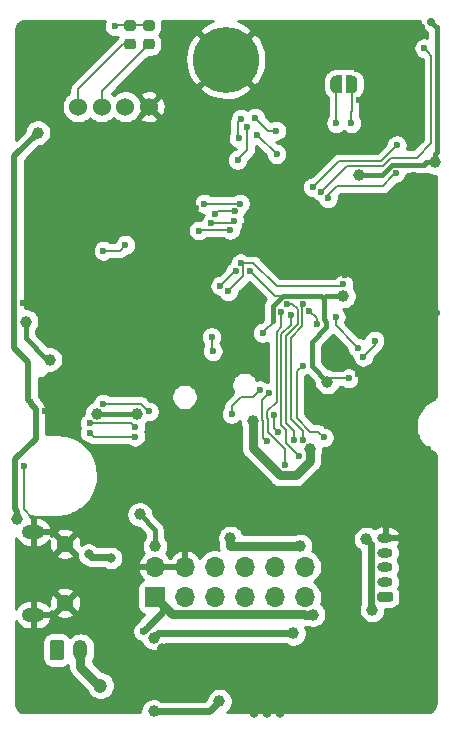
<source format=gbl>
G04 #@! TF.GenerationSoftware,KiCad,Pcbnew,(5.1.5-0-10_14)*
G04 #@! TF.CreationDate,2020-01-03T19:11:33+02:00*
G04 #@! TF.ProjectId,oibus-mini-CCC,6f696275-732d-46d6-996e-692d4343432e,rev?*
G04 #@! TF.SameCoordinates,Original*
G04 #@! TF.FileFunction,Copper,L2,Bot*
G04 #@! TF.FilePolarity,Positive*
%FSLAX46Y46*%
G04 Gerber Fmt 4.6, Leading zero omitted, Abs format (unit mm)*
G04 Created by KiCad (PCBNEW (5.1.5-0-10_14)) date 2020-01-03 19:11:33*
%MOMM*%
%LPD*%
G04 APERTURE LIST*
%ADD10C,5.600000*%
%ADD11O,1.700000X1.700000*%
%ADD12R,1.700000X1.700000*%
%ADD13C,0.149860*%
%ADD14O,1.200000X1.750000*%
%ADD15C,1.450000*%
%ADD16O,1.900000X1.200000*%
%ADD17O,1.300000X0.800000*%
%ADD18C,1.524000*%
%ADD19C,0.800000*%
%ADD20C,0.600000*%
%ADD21C,1.000000*%
%ADD22C,0.700000*%
%ADD23C,1.200000*%
%ADD24C,0.600000*%
%ADD25C,0.200000*%
%ADD26C,0.400000*%
%ADD27C,0.800000*%
%ADD28C,0.500000*%
%ADD29C,0.254000*%
G04 APERTURE END LIST*
D10*
X18500000Y56000000D03*
D11*
X25200000Y13040000D03*
X25200000Y10500000D03*
X22660000Y13040000D03*
X22660000Y10500000D03*
X20120000Y13040000D03*
X20120000Y10500000D03*
X17580000Y13040000D03*
X17580000Y10500000D03*
X15040000Y13040000D03*
X15040000Y10500000D03*
X12500000Y13040000D03*
D12*
X12500000Y10500000D03*
G04 #@! TA.AperFunction,ComponentPad*
D13*
G36*
X4574505Y6873796D02*
G01*
X4598773Y6870196D01*
X4622572Y6864235D01*
X4645671Y6855970D01*
X4667850Y6845480D01*
X4688893Y6832868D01*
X4708599Y6818253D01*
X4726777Y6801777D01*
X4743253Y6783599D01*
X4757868Y6763893D01*
X4770480Y6742850D01*
X4780970Y6720671D01*
X4789235Y6697572D01*
X4795196Y6673773D01*
X4798796Y6649505D01*
X4800000Y6625001D01*
X4800000Y5374999D01*
X4798796Y5350495D01*
X4795196Y5326227D01*
X4789235Y5302428D01*
X4780970Y5279329D01*
X4770480Y5257150D01*
X4757868Y5236107D01*
X4743253Y5216401D01*
X4726777Y5198223D01*
X4708599Y5181747D01*
X4688893Y5167132D01*
X4667850Y5154520D01*
X4645671Y5144030D01*
X4622572Y5135765D01*
X4598773Y5129804D01*
X4574505Y5126204D01*
X4550001Y5125000D01*
X3849999Y5125000D01*
X3825495Y5126204D01*
X3801227Y5129804D01*
X3777428Y5135765D01*
X3754329Y5144030D01*
X3732150Y5154520D01*
X3711107Y5167132D01*
X3691401Y5181747D01*
X3673223Y5198223D01*
X3656747Y5216401D01*
X3642132Y5236107D01*
X3629520Y5257150D01*
X3619030Y5279329D01*
X3610765Y5302428D01*
X3604804Y5326227D01*
X3601204Y5350495D01*
X3600000Y5374999D01*
X3600000Y6625001D01*
X3601204Y6649505D01*
X3604804Y6673773D01*
X3610765Y6697572D01*
X3619030Y6720671D01*
X3629520Y6742850D01*
X3642132Y6763893D01*
X3656747Y6783599D01*
X3673223Y6801777D01*
X3691401Y6818253D01*
X3711107Y6832868D01*
X3732150Y6845480D01*
X3754329Y6855970D01*
X3777428Y6864235D01*
X3801227Y6870196D01*
X3825495Y6873796D01*
X3849999Y6875000D01*
X4550001Y6875000D01*
X4574505Y6873796D01*
G37*
G04 #@! TD.AperFunction*
D14*
X6200000Y6000000D03*
D15*
X4900000Y15000000D03*
X4900000Y10000000D03*
D16*
X2200000Y16000000D03*
X2200000Y9000000D03*
G04 #@! TA.AperFunction,ComponentPad*
D13*
G36*
X32469603Y10899037D02*
G01*
X32489018Y10896157D01*
X32508057Y10891388D01*
X32526537Y10884776D01*
X32544279Y10876384D01*
X32561114Y10866294D01*
X32576879Y10854602D01*
X32591421Y10841421D01*
X32604602Y10826879D01*
X32616294Y10811114D01*
X32626384Y10794279D01*
X32634776Y10776537D01*
X32641388Y10758057D01*
X32646157Y10739018D01*
X32649037Y10719603D01*
X32650000Y10700000D01*
X32650000Y10300000D01*
X32649037Y10280397D01*
X32646157Y10260982D01*
X32641388Y10241943D01*
X32634776Y10223463D01*
X32626384Y10205721D01*
X32616294Y10188886D01*
X32604602Y10173121D01*
X32591421Y10158579D01*
X32576879Y10145398D01*
X32561114Y10133706D01*
X32544279Y10123616D01*
X32526537Y10115224D01*
X32508057Y10108612D01*
X32489018Y10103843D01*
X32469603Y10100963D01*
X32450000Y10100000D01*
X31550000Y10100000D01*
X31530397Y10100963D01*
X31510982Y10103843D01*
X31491943Y10108612D01*
X31473463Y10115224D01*
X31455721Y10123616D01*
X31438886Y10133706D01*
X31423121Y10145398D01*
X31408579Y10158579D01*
X31395398Y10173121D01*
X31383706Y10188886D01*
X31373616Y10205721D01*
X31365224Y10223463D01*
X31358612Y10241943D01*
X31353843Y10260982D01*
X31350963Y10280397D01*
X31350000Y10300000D01*
X31350000Y10700000D01*
X31350963Y10719603D01*
X31353843Y10739018D01*
X31358612Y10758057D01*
X31365224Y10776537D01*
X31373616Y10794279D01*
X31383706Y10811114D01*
X31395398Y10826879D01*
X31408579Y10841421D01*
X31423121Y10854602D01*
X31438886Y10866294D01*
X31455721Y10876384D01*
X31473463Y10884776D01*
X31491943Y10891388D01*
X31510982Y10896157D01*
X31530397Y10899037D01*
X31550000Y10900000D01*
X32450000Y10900000D01*
X32469603Y10899037D01*
G37*
G04 #@! TD.AperFunction*
D17*
X32000000Y11750000D03*
X32000000Y13000000D03*
X32000000Y14250000D03*
X32000000Y15500000D03*
D18*
X6000000Y52000000D03*
X8000000Y52000000D03*
X10000000Y52000000D03*
X12000000Y52000000D03*
G04 #@! TA.AperFunction,SMDPad,CuDef*
D13*
G36*
X28650000Y54650000D02*
G01*
X29150000Y54650000D01*
X29150000Y54649398D01*
X29174534Y54649398D01*
X29223365Y54644588D01*
X29271490Y54635016D01*
X29318445Y54620772D01*
X29363778Y54601995D01*
X29407051Y54578864D01*
X29447850Y54551604D01*
X29485779Y54520476D01*
X29520476Y54485779D01*
X29551604Y54447850D01*
X29578864Y54407051D01*
X29601995Y54363778D01*
X29620772Y54318445D01*
X29635016Y54271490D01*
X29644588Y54223365D01*
X29649398Y54174534D01*
X29649398Y54150000D01*
X29650000Y54150000D01*
X29650000Y53650000D01*
X29649398Y53650000D01*
X29649398Y53625466D01*
X29644588Y53576635D01*
X29635016Y53528510D01*
X29620772Y53481555D01*
X29601995Y53436222D01*
X29578864Y53392949D01*
X29551604Y53352150D01*
X29520476Y53314221D01*
X29485779Y53279524D01*
X29447850Y53248396D01*
X29407051Y53221136D01*
X29363778Y53198005D01*
X29318445Y53179228D01*
X29271490Y53164984D01*
X29223365Y53155412D01*
X29174534Y53150602D01*
X29150000Y53150602D01*
X29150000Y53150000D01*
X28650000Y53150000D01*
X28650000Y54650000D01*
G37*
G04 #@! TD.AperFunction*
G04 #@! TA.AperFunction,SMDPad,CuDef*
G36*
X27850000Y53150602D02*
G01*
X27825466Y53150602D01*
X27776635Y53155412D01*
X27728510Y53164984D01*
X27681555Y53179228D01*
X27636222Y53198005D01*
X27592949Y53221136D01*
X27552150Y53248396D01*
X27514221Y53279524D01*
X27479524Y53314221D01*
X27448396Y53352150D01*
X27421136Y53392949D01*
X27398005Y53436222D01*
X27379228Y53481555D01*
X27364984Y53528510D01*
X27355412Y53576635D01*
X27350602Y53625466D01*
X27350602Y53650000D01*
X27350000Y53650000D01*
X27350000Y54150000D01*
X27350602Y54150000D01*
X27350602Y54174534D01*
X27355412Y54223365D01*
X27364984Y54271490D01*
X27379228Y54318445D01*
X27398005Y54363778D01*
X27421136Y54407051D01*
X27448396Y54447850D01*
X27479524Y54485779D01*
X27514221Y54520476D01*
X27552150Y54551604D01*
X27592949Y54578864D01*
X27636222Y54601995D01*
X27681555Y54620772D01*
X27728510Y54635016D01*
X27776635Y54644588D01*
X27825466Y54649398D01*
X27850000Y54649398D01*
X27850000Y54650000D01*
X28350000Y54650000D01*
X28350000Y53150000D01*
X27850000Y53150000D01*
X27850000Y53150602D01*
G37*
G04 #@! TD.AperFunction*
G04 #@! TA.AperFunction,SMDPad,CuDef*
G36*
X10677691Y57748947D02*
G01*
X10698926Y57745797D01*
X10719750Y57740581D01*
X10739962Y57733349D01*
X10759368Y57724170D01*
X10777781Y57713134D01*
X10795024Y57700346D01*
X10810930Y57685930D01*
X10825346Y57670024D01*
X10838134Y57652781D01*
X10849170Y57634368D01*
X10858349Y57614962D01*
X10865581Y57594750D01*
X10870797Y57573926D01*
X10873947Y57552691D01*
X10875000Y57531250D01*
X10875000Y57093750D01*
X10873947Y57072309D01*
X10870797Y57051074D01*
X10865581Y57030250D01*
X10858349Y57010038D01*
X10849170Y56990632D01*
X10838134Y56972219D01*
X10825346Y56954976D01*
X10810930Y56939070D01*
X10795024Y56924654D01*
X10777781Y56911866D01*
X10759368Y56900830D01*
X10739962Y56891651D01*
X10719750Y56884419D01*
X10698926Y56879203D01*
X10677691Y56876053D01*
X10656250Y56875000D01*
X10143750Y56875000D01*
X10122309Y56876053D01*
X10101074Y56879203D01*
X10080250Y56884419D01*
X10060038Y56891651D01*
X10040632Y56900830D01*
X10022219Y56911866D01*
X10004976Y56924654D01*
X9989070Y56939070D01*
X9974654Y56954976D01*
X9961866Y56972219D01*
X9950830Y56990632D01*
X9941651Y57010038D01*
X9934419Y57030250D01*
X9929203Y57051074D01*
X9926053Y57072309D01*
X9925000Y57093750D01*
X9925000Y57531250D01*
X9926053Y57552691D01*
X9929203Y57573926D01*
X9934419Y57594750D01*
X9941651Y57614962D01*
X9950830Y57634368D01*
X9961866Y57652781D01*
X9974654Y57670024D01*
X9989070Y57685930D01*
X10004976Y57700346D01*
X10022219Y57713134D01*
X10040632Y57724170D01*
X10060038Y57733349D01*
X10080250Y57740581D01*
X10101074Y57745797D01*
X10122309Y57748947D01*
X10143750Y57750000D01*
X10656250Y57750000D01*
X10677691Y57748947D01*
G37*
G04 #@! TD.AperFunction*
G04 #@! TA.AperFunction,SMDPad,CuDef*
G36*
X10677691Y59323947D02*
G01*
X10698926Y59320797D01*
X10719750Y59315581D01*
X10739962Y59308349D01*
X10759368Y59299170D01*
X10777781Y59288134D01*
X10795024Y59275346D01*
X10810930Y59260930D01*
X10825346Y59245024D01*
X10838134Y59227781D01*
X10849170Y59209368D01*
X10858349Y59189962D01*
X10865581Y59169750D01*
X10870797Y59148926D01*
X10873947Y59127691D01*
X10875000Y59106250D01*
X10875000Y58668750D01*
X10873947Y58647309D01*
X10870797Y58626074D01*
X10865581Y58605250D01*
X10858349Y58585038D01*
X10849170Y58565632D01*
X10838134Y58547219D01*
X10825346Y58529976D01*
X10810930Y58514070D01*
X10795024Y58499654D01*
X10777781Y58486866D01*
X10759368Y58475830D01*
X10739962Y58466651D01*
X10719750Y58459419D01*
X10698926Y58454203D01*
X10677691Y58451053D01*
X10656250Y58450000D01*
X10143750Y58450000D01*
X10122309Y58451053D01*
X10101074Y58454203D01*
X10080250Y58459419D01*
X10060038Y58466651D01*
X10040632Y58475830D01*
X10022219Y58486866D01*
X10004976Y58499654D01*
X9989070Y58514070D01*
X9974654Y58529976D01*
X9961866Y58547219D01*
X9950830Y58565632D01*
X9941651Y58585038D01*
X9934419Y58605250D01*
X9929203Y58626074D01*
X9926053Y58647309D01*
X9925000Y58668750D01*
X9925000Y59106250D01*
X9926053Y59127691D01*
X9929203Y59148926D01*
X9934419Y59169750D01*
X9941651Y59189962D01*
X9950830Y59209368D01*
X9961866Y59227781D01*
X9974654Y59245024D01*
X9989070Y59260930D01*
X10004976Y59275346D01*
X10022219Y59288134D01*
X10040632Y59299170D01*
X10060038Y59308349D01*
X10080250Y59315581D01*
X10101074Y59320797D01*
X10122309Y59323947D01*
X10143750Y59325000D01*
X10656250Y59325000D01*
X10677691Y59323947D01*
G37*
G04 #@! TD.AperFunction*
G04 #@! TA.AperFunction,SMDPad,CuDef*
G36*
X12277691Y59323947D02*
G01*
X12298926Y59320797D01*
X12319750Y59315581D01*
X12339962Y59308349D01*
X12359368Y59299170D01*
X12377781Y59288134D01*
X12395024Y59275346D01*
X12410930Y59260930D01*
X12425346Y59245024D01*
X12438134Y59227781D01*
X12449170Y59209368D01*
X12458349Y59189962D01*
X12465581Y59169750D01*
X12470797Y59148926D01*
X12473947Y59127691D01*
X12475000Y59106250D01*
X12475000Y58668750D01*
X12473947Y58647309D01*
X12470797Y58626074D01*
X12465581Y58605250D01*
X12458349Y58585038D01*
X12449170Y58565632D01*
X12438134Y58547219D01*
X12425346Y58529976D01*
X12410930Y58514070D01*
X12395024Y58499654D01*
X12377781Y58486866D01*
X12359368Y58475830D01*
X12339962Y58466651D01*
X12319750Y58459419D01*
X12298926Y58454203D01*
X12277691Y58451053D01*
X12256250Y58450000D01*
X11743750Y58450000D01*
X11722309Y58451053D01*
X11701074Y58454203D01*
X11680250Y58459419D01*
X11660038Y58466651D01*
X11640632Y58475830D01*
X11622219Y58486866D01*
X11604976Y58499654D01*
X11589070Y58514070D01*
X11574654Y58529976D01*
X11561866Y58547219D01*
X11550830Y58565632D01*
X11541651Y58585038D01*
X11534419Y58605250D01*
X11529203Y58626074D01*
X11526053Y58647309D01*
X11525000Y58668750D01*
X11525000Y59106250D01*
X11526053Y59127691D01*
X11529203Y59148926D01*
X11534419Y59169750D01*
X11541651Y59189962D01*
X11550830Y59209368D01*
X11561866Y59227781D01*
X11574654Y59245024D01*
X11589070Y59260930D01*
X11604976Y59275346D01*
X11622219Y59288134D01*
X11640632Y59299170D01*
X11660038Y59308349D01*
X11680250Y59315581D01*
X11701074Y59320797D01*
X11722309Y59323947D01*
X11743750Y59325000D01*
X12256250Y59325000D01*
X12277691Y59323947D01*
G37*
G04 #@! TD.AperFunction*
G04 #@! TA.AperFunction,SMDPad,CuDef*
G36*
X12277691Y57748947D02*
G01*
X12298926Y57745797D01*
X12319750Y57740581D01*
X12339962Y57733349D01*
X12359368Y57724170D01*
X12377781Y57713134D01*
X12395024Y57700346D01*
X12410930Y57685930D01*
X12425346Y57670024D01*
X12438134Y57652781D01*
X12449170Y57634368D01*
X12458349Y57614962D01*
X12465581Y57594750D01*
X12470797Y57573926D01*
X12473947Y57552691D01*
X12475000Y57531250D01*
X12475000Y57093750D01*
X12473947Y57072309D01*
X12470797Y57051074D01*
X12465581Y57030250D01*
X12458349Y57010038D01*
X12449170Y56990632D01*
X12438134Y56972219D01*
X12425346Y56954976D01*
X12410930Y56939070D01*
X12395024Y56924654D01*
X12377781Y56911866D01*
X12359368Y56900830D01*
X12339962Y56891651D01*
X12319750Y56884419D01*
X12298926Y56879203D01*
X12277691Y56876053D01*
X12256250Y56875000D01*
X11743750Y56875000D01*
X11722309Y56876053D01*
X11701074Y56879203D01*
X11680250Y56884419D01*
X11660038Y56891651D01*
X11640632Y56900830D01*
X11622219Y56911866D01*
X11604976Y56924654D01*
X11589070Y56939070D01*
X11574654Y56954976D01*
X11561866Y56972219D01*
X11550830Y56990632D01*
X11541651Y57010038D01*
X11534419Y57030250D01*
X11529203Y57051074D01*
X11526053Y57072309D01*
X11525000Y57093750D01*
X11525000Y57531250D01*
X11526053Y57552691D01*
X11529203Y57573926D01*
X11534419Y57594750D01*
X11541651Y57614962D01*
X11550830Y57634368D01*
X11561866Y57652781D01*
X11574654Y57670024D01*
X11589070Y57685930D01*
X11604976Y57700346D01*
X11622219Y57713134D01*
X11640632Y57724170D01*
X11660038Y57733349D01*
X11680250Y57740581D01*
X11701074Y57745797D01*
X11722309Y57748947D01*
X11743750Y57750000D01*
X12256250Y57750000D01*
X12277691Y57748947D01*
G37*
G04 #@! TD.AperFunction*
D19*
X6899989Y14100000D03*
X8800000Y13800000D03*
D20*
X28900000Y26000000D03*
D19*
X28900000Y16200000D03*
X27900000Y24400000D03*
X28600000Y22300000D03*
X35300000Y4900000D03*
X35300000Y1600000D03*
X20100000Y5000000D03*
D20*
X33300000Y36200000D03*
X35200000Y42700000D03*
X34400000Y46200000D03*
X35100000Y58792003D03*
X30900000Y50100000D03*
X25200000Y50200000D03*
X26300000Y52800000D03*
X26300000Y55200000D03*
X29600000Y55200000D03*
X18500000Y33000000D03*
X34000000Y18500000D03*
X35600000Y23000000D03*
X31699979Y26400000D03*
X3100000Y44500000D03*
X23774265Y42274265D03*
X20100743Y41899195D03*
X13000000Y34500000D03*
X16200000Y37100000D03*
X2800000Y36900000D03*
X4400000Y32300000D03*
X17100000Y14600000D03*
X6241677Y11073899D03*
X36400000Y34500000D03*
X29736397Y29400000D03*
X27100000Y13400000D03*
X15983313Y43444503D03*
X29750000Y52600000D03*
D21*
X28700000Y7600000D03*
D19*
X19500000Y3000000D03*
X20100000Y1600000D03*
X20900000Y692039D03*
X22000000Y692039D03*
X23100000Y692013D03*
X20600008Y3000000D03*
D20*
X1700000Y56300000D03*
X12799998Y48800000D03*
X5800000Y48999990D03*
X14300000Y49300000D03*
X4050148Y48928182D03*
D19*
X13100000Y6200000D03*
D20*
X35750000Y27450000D03*
X1393413Y21593399D03*
X15600000Y30400000D03*
X13200000Y23599979D03*
D19*
X15800000Y23399960D03*
D20*
X4800000Y28000000D03*
X3200000Y26200000D03*
X1350000Y35400000D03*
X17600000Y25950000D03*
X33353815Y55823499D03*
X28635285Y37752330D03*
D21*
X36200000Y47300000D03*
X25639663Y22999179D03*
X20800000Y25400000D03*
D22*
X35907159Y59217791D03*
D21*
X12500000Y14800000D03*
X11220221Y17479779D03*
D20*
X9100000Y58799998D03*
X21617878Y32850022D03*
D21*
X1600000Y33799992D03*
X3600000Y30600002D03*
X7600000Y26000015D03*
X11000000Y26000000D03*
D20*
X28900032Y29000008D03*
D21*
X27100010Y28719730D03*
D20*
X20554289Y38097167D03*
D21*
X28448383Y35975883D03*
X29774954Y46199979D03*
D20*
X30148876Y30848876D03*
X31100000Y32200000D03*
X27800000Y34200000D03*
X29683174Y31613305D03*
X26800000Y24000000D03*
X25006478Y30093397D03*
D21*
X25900000Y9000000D03*
D20*
X11500002Y7600000D03*
D21*
X2600000Y49800000D03*
X800012Y17100000D03*
D20*
X7000000Y24400000D03*
X10817543Y24067697D03*
X7000000Y25200000D03*
X10856706Y24866741D03*
X22950192Y24428760D03*
X22599988Y25914450D03*
X20324272Y50324272D03*
X19499994Y47500000D03*
X16207413Y41522125D03*
X18875334Y41574905D03*
X8127713Y26872287D03*
X12000000Y26200000D03*
X19759265Y38748714D03*
X18707755Y36394631D03*
X28442562Y36975878D03*
X21400000Y28000000D03*
X19000000Y26000000D03*
X17300000Y32500000D03*
X17400000Y31300000D03*
D21*
X24228432Y7428432D03*
X12407019Y7054285D03*
X18900000Y15500000D03*
X24800000Y14800000D03*
X30400000Y15400000D03*
X30900000Y9400000D03*
D23*
X7887482Y3000000D03*
D20*
X19256234Y43134350D03*
X17631812Y42895267D03*
X19221010Y42328119D03*
X17283800Y42174915D03*
X25068703Y23820160D03*
X25019898Y35287834D03*
X24700000Y22400000D03*
X23985855Y34400010D03*
X23700000Y35300000D03*
X24247139Y23767105D03*
X23499990Y21700000D03*
X23220214Y34631986D03*
X29136566Y50627463D03*
X27850002Y50599998D03*
D21*
X12400000Y800000D03*
X17973200Y1665066D03*
D20*
X27150735Y44250735D03*
X32900000Y46400000D03*
X26585049Y44816421D03*
X35310231Y56950000D03*
X25883003Y45200000D03*
X32977166Y48757087D03*
X10000000Y40300000D03*
X19700000Y43800000D03*
X16700000Y43800000D03*
X8150000Y39810000D03*
X19800010Y51000000D03*
X19624272Y49324272D03*
X21000022Y51061337D03*
X22783112Y49976480D03*
X21167963Y49634282D03*
X22800067Y48000000D03*
X21979225Y23664719D03*
X22199979Y27800000D03*
X25585878Y34722426D03*
X26228374Y33589767D03*
X18050000Y36850000D03*
X19354278Y38057122D03*
D24*
X7099989Y13900000D02*
X6899989Y14100000D01*
X8700000Y13900000D02*
X7099989Y13900000D01*
D25*
X2200000Y17100000D02*
X2200000Y16000000D01*
X1393413Y17906587D02*
X2200000Y17100000D01*
X1393413Y21593399D02*
X1393413Y17906587D01*
X15983313Y43444503D02*
X15504503Y43444503D01*
X15504503Y43444503D02*
X15240000Y43180000D01*
X28635285Y37752330D02*
X28982955Y38100000D01*
D26*
X22500000Y33845094D02*
X22500000Y35136002D01*
X22500000Y35136002D02*
X23363998Y36000000D01*
X36200000Y47300000D02*
X36200000Y48007106D01*
X36257158Y58867792D02*
X35907159Y59217791D01*
X36200000Y48007106D02*
X36400000Y48207106D01*
X36400000Y48207106D02*
X36400000Y58724950D01*
X36400000Y58724950D02*
X36257158Y58867792D01*
X12500000Y16200000D02*
X11220221Y17479779D01*
X12500000Y14800000D02*
X12500000Y16200000D01*
D25*
X12000000Y58887500D02*
X10400000Y58887500D01*
X10400000Y58887500D02*
X9187502Y58887500D01*
X9187502Y58887500D02*
X9100000Y58799998D01*
X22412950Y33645094D02*
X21917877Y33150021D01*
X21917877Y33150021D02*
X21617878Y32850022D01*
D26*
X26582503Y36000000D02*
X26782513Y35799990D01*
X23363998Y36000000D02*
X26582503Y36000000D01*
X3399998Y30600002D02*
X3600000Y30600002D01*
X1600000Y32400000D02*
X3399998Y30600002D01*
X1600000Y33799992D02*
X1600000Y32400000D01*
X7600000Y26000015D02*
X10999985Y26000015D01*
X10999985Y26000015D02*
X11000000Y26000000D01*
D27*
X25639663Y22007661D02*
X24432001Y20799999D01*
X20800000Y24692894D02*
X20800000Y25400000D01*
X25639663Y22999179D02*
X25639663Y22007661D01*
X23067989Y20799999D02*
X20800000Y23067988D01*
X20800000Y23067988D02*
X20800000Y24692894D01*
X24432001Y20799999D02*
X23067989Y20799999D01*
D25*
X28900032Y29000008D02*
X27380288Y29000008D01*
X27380288Y29000008D02*
X27100010Y28719730D01*
X20854288Y37797168D02*
X20554289Y38097167D01*
X22651456Y36000000D02*
X20854288Y37797168D01*
X23363998Y36000000D02*
X22651456Y36000000D01*
D26*
X27741277Y35975883D02*
X28448383Y35975883D01*
X26782513Y35799990D02*
X26958406Y35975883D01*
X26958406Y35975883D02*
X27741277Y35975883D01*
X35292894Y47100000D02*
X32592901Y47100000D01*
X36200000Y47300000D02*
X35492894Y47300000D01*
X32592901Y47100000D02*
X31692880Y46199979D01*
X31692880Y46199979D02*
X30482060Y46199979D01*
X35492894Y47300000D02*
X35292894Y47100000D01*
X30482060Y46199979D02*
X29774954Y46199979D01*
X26782513Y34017487D02*
X27000000Y33800000D01*
X27000000Y28819740D02*
X27100010Y28719730D01*
X26782513Y35799990D02*
X26782513Y34017487D01*
X27000000Y33325391D02*
X25800000Y32125391D01*
X27000000Y33800000D02*
X27000000Y33325391D01*
X25800000Y30019740D02*
X27100010Y28719730D01*
X25800000Y32125391D02*
X25800000Y30019740D01*
D25*
X30148876Y30848876D02*
X31100000Y31800000D01*
X31100000Y31800000D02*
X31100000Y32200000D01*
X27800000Y34200000D02*
X27800000Y33496479D01*
X27800000Y33496479D02*
X29383175Y31913304D01*
X29383175Y31913304D02*
X29683174Y31613305D01*
X26800000Y24000000D02*
X26300001Y24499999D01*
X25665699Y24499999D02*
X24500000Y25665698D01*
X26300001Y24499999D02*
X25665699Y24499999D01*
X24500000Y29586919D02*
X25006478Y30093397D01*
X24500000Y25665698D02*
X24500000Y29586919D01*
D27*
X25192894Y9000000D02*
X25900000Y9000000D01*
X13200000Y9800000D02*
X13950001Y9049999D01*
X13950001Y9049999D02*
X25142895Y9049999D01*
X25142895Y9049999D02*
X25192894Y9000000D01*
X12500000Y10500000D02*
X13200000Y9800000D01*
D24*
X13200000Y9800000D02*
X13200000Y9299998D01*
X11800001Y7899999D02*
X11500002Y7600000D01*
X13200000Y9299998D02*
X11800001Y7899999D01*
D28*
X2400000Y26400000D02*
X2400000Y23910002D01*
X600000Y47800000D02*
X600000Y31600000D01*
X2400000Y23910002D02*
X643412Y22153414D01*
X600000Y31600000D02*
X1800000Y30400000D01*
X1800000Y30400000D02*
X1800000Y27200000D01*
X2000000Y27000000D02*
X2000000Y26800000D01*
X2600000Y49800000D02*
X600000Y47800000D01*
X2000000Y26800000D02*
X2400000Y26400000D01*
X643412Y22153414D02*
X643412Y17963706D01*
X643412Y17963706D02*
X800012Y17807106D01*
X1800000Y27200000D02*
X2000000Y27000000D01*
X800012Y17807106D02*
X800012Y17100000D01*
D25*
X7000000Y24400000D02*
X7332303Y24067697D01*
X7332303Y24067697D02*
X10393279Y24067697D01*
X10393279Y24067697D02*
X10817543Y24067697D01*
X7000000Y25200000D02*
X10523447Y25200000D01*
X10523447Y25200000D02*
X10556707Y25166740D01*
X10556707Y25166740D02*
X10856706Y24866741D01*
X22599988Y25490186D02*
X22599988Y25914450D01*
X22599988Y24778964D02*
X22599988Y25490186D01*
X22950192Y24428760D02*
X22599988Y24778964D01*
X19799993Y47799999D02*
X19499994Y47500000D01*
X20324272Y50324272D02*
X20324272Y48324278D01*
X20324272Y48324278D02*
X19799993Y47799999D01*
X18875334Y41574905D02*
X16260193Y41574905D01*
X16260193Y41574905D02*
X16207413Y41522125D01*
X11700001Y26499999D02*
X12000000Y26200000D01*
X11327713Y26872287D02*
X11700001Y26499999D01*
X8127713Y26872287D02*
X11327713Y26872287D01*
X19954288Y37641164D02*
X19954288Y38553691D01*
X18707755Y36394631D02*
X19954288Y37641164D01*
X19954288Y38553691D02*
X19759265Y38748714D01*
X22800000Y36800000D02*
X28266684Y36800000D01*
X20851286Y38748714D02*
X22800000Y36800000D01*
X28266684Y36800000D02*
X28442562Y36975878D01*
X19759265Y38748714D02*
X20851286Y38748714D01*
X19000000Y26424264D02*
X19000000Y26000000D01*
X19000000Y26624264D02*
X19000000Y26424264D01*
X19775736Y27400000D02*
X19000000Y26624264D01*
X20800000Y27400000D02*
X19775736Y27400000D01*
X21400000Y28000000D02*
X20800000Y27400000D01*
X17300000Y31400000D02*
X17400000Y31300000D01*
X17300000Y32500000D02*
X17300000Y31400000D01*
D24*
X12781166Y7428432D02*
X12407019Y7054285D01*
X24228432Y7428432D02*
X12781166Y7428432D01*
D27*
X18900000Y15500000D02*
X18900000Y14792894D01*
X20513108Y14792894D02*
X20520214Y14800000D01*
X18900000Y14792894D02*
X20513108Y14792894D01*
X20520214Y14800000D02*
X24800000Y14800000D01*
D24*
X30800000Y15000000D02*
X30800000Y10950000D01*
X30400000Y15400000D02*
X30800000Y15000000D01*
X30800000Y9500000D02*
X30900000Y9400000D01*
X30800000Y10950000D02*
X30800000Y9500000D01*
D27*
X7800000Y3000000D02*
X7887482Y3000000D01*
X6200000Y4600000D02*
X7800000Y3000000D01*
X6200000Y6000000D02*
X6200000Y4600000D01*
D25*
X17870895Y43134350D02*
X17631812Y42895267D01*
X19256234Y43134350D02*
X17870895Y43134350D01*
X17283800Y42174915D02*
X19067806Y42174915D01*
X19067806Y42174915D02*
X19221010Y42328119D01*
X25068703Y23820160D02*
X25068703Y24531297D01*
X25068703Y35239032D02*
X25019901Y35287834D01*
X24000010Y25599990D02*
X24000010Y32434312D01*
X24985876Y35253812D02*
X25019898Y35287834D01*
X25068703Y24531297D02*
X24000010Y25599990D01*
X24985876Y33420178D02*
X24985876Y35253812D01*
X25019901Y35287834D02*
X25019898Y35287834D01*
X24000010Y32434312D02*
X24985876Y33420178D01*
X23199990Y32765692D02*
X23985855Y33551557D01*
X23199990Y25027506D02*
X23199990Y32765692D01*
X23597953Y23502047D02*
X23597953Y24629543D01*
X23985855Y33975746D02*
X23985855Y34400010D01*
X23985855Y33551557D02*
X23985855Y33975746D01*
X24700000Y22400000D02*
X23597953Y23502047D01*
X23597953Y24629543D02*
X23199990Y25027506D01*
X24585865Y33585867D02*
X23599999Y32600001D01*
X24247139Y24546055D02*
X24247139Y24191369D01*
X24124264Y35300000D02*
X24585865Y34838399D01*
X23700000Y35300000D02*
X24124264Y35300000D01*
X24247139Y24191369D02*
X24247139Y23767105D01*
X24585865Y34838399D02*
X24585865Y33585867D01*
X23599999Y32600001D02*
X23600000Y25193194D01*
X23600000Y25193194D02*
X24247139Y24546055D01*
X21999986Y25626448D02*
X21999986Y26202452D01*
X22099986Y25526448D02*
X21999986Y25626448D01*
X23499990Y23029549D02*
X22099986Y24429553D01*
X23220214Y34207722D02*
X23220214Y34631986D01*
X21999986Y26202452D02*
X22799989Y27002455D01*
X22099986Y24429553D02*
X22099986Y25526448D01*
X23499990Y21700000D02*
X23499990Y23029549D01*
X23220214Y33384933D02*
X23220214Y34207722D01*
X22799989Y27002455D02*
X22799989Y32964708D01*
X22799989Y32964708D02*
X23220214Y33384933D01*
X29136566Y50627463D02*
X29136566Y51586566D01*
X29150000Y51600000D02*
X29150000Y53900000D01*
X29136566Y51586566D02*
X29150000Y51600000D01*
X27850002Y50599998D02*
X27850002Y51599998D01*
X27850000Y51600000D02*
X27850000Y53900000D01*
X27850002Y51599998D02*
X27850000Y51600000D01*
D24*
X12400000Y800000D02*
X17108134Y800000D01*
X17473201Y1165067D02*
X17973200Y1665066D01*
X17108134Y800000D02*
X17473201Y1165067D01*
D25*
X32600001Y46100001D02*
X32900000Y46400000D01*
X27150735Y44550735D02*
X27900000Y45300000D01*
X31800000Y45300000D02*
X32600001Y46100001D01*
X27900000Y45300000D02*
X31800000Y45300000D01*
X27150735Y44250735D02*
X27150735Y44550735D01*
X35610230Y56603982D02*
X35310231Y56903981D01*
X26585049Y44816421D02*
X28768617Y46999989D01*
X28768617Y46999989D02*
X31785768Y46999989D01*
X35900000Y56314212D02*
X35610230Y56603982D01*
X31785768Y46999989D02*
X32485768Y47699989D01*
X32485768Y47699989D02*
X34699989Y47699989D01*
X34699989Y47699989D02*
X35900000Y48900000D01*
X35900000Y48900000D02*
X35900000Y56314212D01*
X25883003Y45200000D02*
X28083003Y47400000D01*
X28083003Y47400000D02*
X31620079Y47400000D01*
X31620079Y47400000D02*
X32977166Y48757087D01*
X19700000Y43800000D02*
X16700000Y43800000D01*
X8574264Y39810000D02*
X8150000Y39810000D01*
X10000000Y40300000D02*
X9510000Y39810000D01*
X9510000Y39810000D02*
X8574264Y39810000D01*
X19800010Y51000000D02*
X19500011Y50700001D01*
X19500011Y49448533D02*
X19624272Y49324272D01*
X19500011Y50700001D02*
X19500011Y49448533D01*
X21000022Y51061337D02*
X22084879Y49976480D01*
X22084879Y49976480D02*
X22358848Y49976480D01*
X22358848Y49976480D02*
X22783112Y49976480D01*
X21167963Y49634282D02*
X22800067Y48002178D01*
X22800067Y48002178D02*
X22800067Y48000000D01*
X21899980Y27500001D02*
X22199979Y27800000D01*
X21679226Y25381508D02*
X21599975Y25460759D01*
X21979225Y23664719D02*
X21679226Y23964718D01*
X21599975Y27199996D02*
X21899980Y27500001D01*
X21679226Y23964718D02*
X21679226Y25381508D01*
X21599975Y25460759D02*
X21599975Y27199996D01*
X25585878Y34722426D02*
X26228374Y34079930D01*
X26228374Y34014031D02*
X26228374Y33589767D01*
X26228374Y34079930D02*
X26228374Y34014031D01*
X6000000Y53077630D02*
X6000000Y52000000D01*
X6000000Y53487500D02*
X6000000Y53077630D01*
X9825000Y57312500D02*
X6000000Y53487500D01*
X10400000Y57312500D02*
X9825000Y57312500D01*
X12012500Y57312500D02*
X12400000Y57312500D01*
X8000000Y53300000D02*
X12012500Y57312500D01*
X8000000Y52000000D02*
X8000000Y53300000D01*
X19257122Y38057122D02*
X19354278Y38057122D01*
X18050000Y36850000D02*
X19257122Y38057122D01*
D29*
G36*
X8278504Y59239097D02*
G01*
X8208624Y59070394D01*
X8173000Y58891299D01*
X8173000Y58708697D01*
X8208624Y58529602D01*
X8278504Y58360899D01*
X8379952Y58209070D01*
X8509072Y58079950D01*
X8660901Y57978502D01*
X8829604Y57908622D01*
X9008699Y57872998D01*
X9191301Y57872998D01*
X9370396Y57908622D01*
X9392581Y57917811D01*
X9373813Y57882699D01*
X9308446Y57829054D01*
X9285683Y57801317D01*
X5511189Y54026821D01*
X5483446Y54004053D01*
X5392597Y53893352D01*
X5347054Y53808147D01*
X5325090Y53767056D01*
X5283520Y53630017D01*
X5269483Y53487500D01*
X5273000Y53451792D01*
X5273000Y53184770D01*
X5114564Y53078907D01*
X4921093Y52885436D01*
X4769084Y52657938D01*
X4664378Y52405156D01*
X4611000Y52136805D01*
X4611000Y51863195D01*
X4664378Y51594844D01*
X4769084Y51342062D01*
X4921093Y51114564D01*
X5114564Y50921093D01*
X5342062Y50769084D01*
X5594844Y50664378D01*
X5863195Y50611000D01*
X6136805Y50611000D01*
X6405156Y50664378D01*
X6657938Y50769084D01*
X6885436Y50921093D01*
X7000000Y51035657D01*
X7114564Y50921093D01*
X7342062Y50769084D01*
X7594844Y50664378D01*
X7863195Y50611000D01*
X8136805Y50611000D01*
X8405156Y50664378D01*
X8657938Y50769084D01*
X8885436Y50921093D01*
X9000000Y51035657D01*
X9114564Y50921093D01*
X9342062Y50769084D01*
X9594844Y50664378D01*
X9863195Y50611000D01*
X10136805Y50611000D01*
X10405156Y50664378D01*
X10657938Y50769084D01*
X10885436Y50921093D01*
X10998778Y51034435D01*
X11214040Y51034435D01*
X11281020Y50794344D01*
X11530048Y50677244D01*
X11797135Y50610977D01*
X12072017Y50598090D01*
X12344133Y50639078D01*
X12603023Y50732364D01*
X12718980Y50794344D01*
X12785960Y51034435D01*
X12000000Y51820395D01*
X11214040Y51034435D01*
X10998778Y51034435D01*
X11078907Y51114564D01*
X11230916Y51342062D01*
X11279324Y51458929D01*
X11820395Y52000000D01*
X12179605Y52000000D01*
X12965565Y51214040D01*
X13205656Y51281020D01*
X13322756Y51530048D01*
X13389023Y51797135D01*
X13401910Y52072017D01*
X13360922Y52344133D01*
X13267636Y52603023D01*
X13205656Y52718980D01*
X12965565Y52785960D01*
X12179605Y52000000D01*
X11820395Y52000000D01*
X11279324Y52541071D01*
X11230916Y52657938D01*
X11078907Y52885436D01*
X10998778Y52965565D01*
X11214040Y52965565D01*
X12000000Y52179605D01*
X12785960Y52965565D01*
X12718980Y53205656D01*
X12469952Y53322756D01*
X12202865Y53389023D01*
X11927983Y53401910D01*
X11655867Y53360922D01*
X11396977Y53267636D01*
X11281020Y53205656D01*
X11214040Y52965565D01*
X10998778Y52965565D01*
X10885436Y53078907D01*
X10657938Y53230916D01*
X10405156Y53335622D01*
X10136805Y53389000D01*
X9863195Y53389000D01*
X9594844Y53335622D01*
X9342062Y53230916D01*
X9114564Y53078907D01*
X9000000Y52964343D01*
X8885436Y53078907D01*
X8838440Y53110308D01*
X9311651Y53583519D01*
X16263124Y53583519D01*
X16575308Y53134823D01*
X17171259Y52814388D01*
X17818273Y52616374D01*
X18491484Y52548390D01*
X19165023Y52613051D01*
X19813006Y52807870D01*
X20410530Y53125361D01*
X20424692Y53134823D01*
X20736876Y53583519D01*
X18500000Y55820395D01*
X16263124Y53583519D01*
X9311651Y53583519D01*
X11736649Y56008516D01*
X15048390Y56008516D01*
X15113051Y55334977D01*
X15307870Y54686994D01*
X15625361Y54089470D01*
X15634823Y54075308D01*
X16083519Y53763124D01*
X18320395Y56000000D01*
X18679605Y56000000D01*
X20916481Y53763124D01*
X21365177Y54075308D01*
X21405337Y54150000D01*
X26719966Y54150000D01*
X26719966Y53650000D01*
X26722374Y53625551D01*
X26722374Y53600991D01*
X26734480Y53478078D01*
X26753602Y53381945D01*
X26789453Y53263757D01*
X26826962Y53173201D01*
X26885185Y53064273D01*
X26939641Y52982774D01*
X27017994Y52887302D01*
X27087302Y52817994D01*
X27123001Y52788697D01*
X27123000Y51635708D01*
X27119483Y51600000D01*
X27123003Y51564262D01*
X27123003Y51180522D01*
X27028506Y51039097D01*
X26958626Y50870394D01*
X26923002Y50691299D01*
X26923002Y50508697D01*
X26958626Y50329602D01*
X27028506Y50160899D01*
X27129954Y50009070D01*
X27259074Y49879950D01*
X27410903Y49778502D01*
X27579606Y49708622D01*
X27758701Y49672998D01*
X27941303Y49672998D01*
X28120398Y49708622D01*
X28289101Y49778502D01*
X28440930Y49879950D01*
X28507017Y49946037D01*
X28545638Y49907415D01*
X28697467Y49805967D01*
X28866170Y49736087D01*
X29045265Y49700463D01*
X29227867Y49700463D01*
X29406962Y49736087D01*
X29575665Y49805967D01*
X29727494Y49907415D01*
X29856614Y50036535D01*
X29958062Y50188364D01*
X30027942Y50357067D01*
X30063566Y50536162D01*
X30063566Y50718764D01*
X30027942Y50897859D01*
X29958062Y51066562D01*
X29863566Y51207987D01*
X29863566Y51447877D01*
X29866480Y51457483D01*
X29877000Y51564292D01*
X29877000Y51564293D01*
X29880517Y51600000D01*
X29877000Y51635708D01*
X29877000Y52788697D01*
X29912698Y52817994D01*
X29982006Y52887302D01*
X30060359Y52982774D01*
X30114815Y53064273D01*
X30173038Y53173201D01*
X30210547Y53263757D01*
X30246398Y53381945D01*
X30265520Y53478078D01*
X30277626Y53600991D01*
X30277626Y53625551D01*
X30280034Y53650000D01*
X30280034Y54150000D01*
X30277626Y54174449D01*
X30277626Y54199009D01*
X30265520Y54321922D01*
X30246398Y54418055D01*
X30210547Y54536243D01*
X30173038Y54626799D01*
X30114815Y54735727D01*
X30060359Y54817226D01*
X29982006Y54912698D01*
X29912698Y54982006D01*
X29817226Y55060359D01*
X29735727Y55114815D01*
X29626799Y55173038D01*
X29536243Y55210547D01*
X29418055Y55246398D01*
X29321922Y55265520D01*
X29199009Y55277626D01*
X29174449Y55277626D01*
X29150000Y55280034D01*
X28650000Y55280034D01*
X28527086Y55267928D01*
X28500000Y55259712D01*
X28472914Y55267928D01*
X28350000Y55280034D01*
X27850000Y55280034D01*
X27825551Y55277626D01*
X27800991Y55277626D01*
X27678078Y55265520D01*
X27581945Y55246398D01*
X27463757Y55210547D01*
X27373201Y55173038D01*
X27264273Y55114815D01*
X27182774Y55060359D01*
X27087302Y54982006D01*
X27017994Y54912698D01*
X26939641Y54817226D01*
X26885185Y54735727D01*
X26826962Y54626799D01*
X26789453Y54536243D01*
X26753602Y54418055D01*
X26734480Y54321922D01*
X26722374Y54199009D01*
X26722374Y54174449D01*
X26719966Y54150000D01*
X21405337Y54150000D01*
X21685612Y54671259D01*
X21883626Y55318273D01*
X21951610Y55991484D01*
X21886949Y56665023D01*
X21692130Y57313006D01*
X21374639Y57910530D01*
X21365177Y57924692D01*
X20916481Y58236876D01*
X18679605Y56000000D01*
X18320395Y56000000D01*
X16083519Y58236876D01*
X15634823Y57924692D01*
X15314388Y57328741D01*
X15116374Y56681727D01*
X15048390Y56008516D01*
X11736649Y56008516D01*
X11973101Y56244967D01*
X12256250Y56244967D01*
X12421839Y56261276D01*
X12581065Y56309577D01*
X12727809Y56388013D01*
X12856430Y56493570D01*
X12961987Y56622191D01*
X13040423Y56768935D01*
X13088724Y56928161D01*
X13105033Y57093750D01*
X13105033Y57132247D01*
X13116480Y57169983D01*
X13130517Y57312500D01*
X13116480Y57455017D01*
X13105033Y57492753D01*
X13105033Y57531250D01*
X13088724Y57696839D01*
X13040423Y57856065D01*
X12961987Y58002809D01*
X12882224Y58100000D01*
X12961987Y58197191D01*
X13040423Y58343935D01*
X13088724Y58503161D01*
X13105033Y58668750D01*
X13105033Y59106250D01*
X13089396Y59265013D01*
X17429408Y59265013D01*
X17186994Y59192130D01*
X16589470Y58874639D01*
X16575308Y58865177D01*
X16263124Y58416481D01*
X18500000Y56179605D01*
X20736876Y58416481D01*
X20424692Y58865177D01*
X19828741Y59185612D01*
X19569297Y59265013D01*
X34930159Y59265013D01*
X34930159Y59121565D01*
X34967705Y58932811D01*
X35041353Y58755008D01*
X35148274Y58594990D01*
X35284358Y58458906D01*
X35444376Y58351985D01*
X35573001Y58298707D01*
X35573001Y57842893D01*
X35401532Y57877000D01*
X35218930Y57877000D01*
X35039835Y57841376D01*
X34871132Y57771496D01*
X34719303Y57670048D01*
X34590183Y57540928D01*
X34488735Y57389099D01*
X34418855Y57220396D01*
X34383231Y57041301D01*
X34383231Y56858699D01*
X34418855Y56679604D01*
X34488735Y56510901D01*
X34590183Y56359072D01*
X34719303Y56229952D01*
X34871132Y56128504D01*
X35039835Y56058624D01*
X35149212Y56036868D01*
X35173001Y56013079D01*
X35173000Y49201134D01*
X34398857Y48426989D01*
X33843812Y48426989D01*
X33868542Y48486691D01*
X33904166Y48665786D01*
X33904166Y48848388D01*
X33868542Y49027483D01*
X33798662Y49196186D01*
X33697214Y49348015D01*
X33568094Y49477135D01*
X33416265Y49578583D01*
X33247562Y49648463D01*
X33068467Y49684087D01*
X32885865Y49684087D01*
X32706770Y49648463D01*
X32538067Y49578583D01*
X32386238Y49477135D01*
X32257118Y49348015D01*
X32155670Y49196186D01*
X32085790Y49027483D01*
X32052607Y48860662D01*
X31318947Y48127000D01*
X28118711Y48127000D01*
X28083003Y48130517D01*
X27940485Y48116480D01*
X27856251Y48090928D01*
X27803446Y48074910D01*
X27677150Y48007403D01*
X27566449Y47916554D01*
X27543686Y47888817D01*
X25779429Y46124559D01*
X25612607Y46091376D01*
X25443904Y46021496D01*
X25292075Y45920048D01*
X25162955Y45790928D01*
X25061507Y45639099D01*
X24991627Y45470396D01*
X24956003Y45291301D01*
X24956003Y45108699D01*
X24991627Y44929604D01*
X25061507Y44760901D01*
X25162955Y44609072D01*
X25292075Y44479952D01*
X25443904Y44378504D01*
X25612607Y44308624D01*
X25791702Y44273000D01*
X25833258Y44273000D01*
X25865001Y44225493D01*
X25994121Y44096373D01*
X26145950Y43994925D01*
X26275554Y43941240D01*
X26329239Y43811636D01*
X26430687Y43659807D01*
X26559807Y43530687D01*
X26711636Y43429239D01*
X26880339Y43359359D01*
X27059434Y43323735D01*
X27242036Y43323735D01*
X27421131Y43359359D01*
X27589834Y43429239D01*
X27741663Y43530687D01*
X27870783Y43659807D01*
X27972231Y43811636D01*
X28042111Y43980339D01*
X28077735Y44159434D01*
X28077735Y44342036D01*
X28059889Y44431756D01*
X28201133Y44573000D01*
X31764292Y44573000D01*
X31800000Y44569483D01*
X31942517Y44583520D01*
X31952153Y44586443D01*
X32079557Y44625090D01*
X32205853Y44692597D01*
X32316554Y44783446D01*
X32339325Y44811193D01*
X33003574Y45475441D01*
X33170396Y45508624D01*
X33339099Y45578504D01*
X33490928Y45679952D01*
X33620048Y45809072D01*
X33721496Y45960901D01*
X33791376Y46129604D01*
X33819899Y46273000D01*
X35252280Y46273000D01*
X35292894Y46269000D01*
X35333508Y46273000D01*
X35333518Y46273000D01*
X35455014Y46284966D01*
X35610904Y46332255D01*
X35615839Y46334893D01*
X35666165Y46301266D01*
X35871266Y46216310D01*
X36089000Y46173000D01*
X36273000Y46173000D01*
X36273001Y27535564D01*
X36264381Y27447652D01*
X36249178Y27397296D01*
X36224484Y27350854D01*
X36191239Y27310091D01*
X36150711Y27276563D01*
X36074567Y27235392D01*
X36030583Y27216904D01*
X35997845Y27199202D01*
X35963607Y27184626D01*
X35954734Y27179695D01*
X35665856Y27016511D01*
X35611912Y26978653D01*
X35557465Y26941565D01*
X35549719Y26935005D01*
X35298039Y26718820D01*
X35252490Y26671220D01*
X35206268Y26624247D01*
X35199944Y26616307D01*
X34995046Y26355353D01*
X34959606Y26299805D01*
X34923393Y26244756D01*
X34918731Y26235739D01*
X34768423Y25939958D01*
X34744460Y25878616D01*
X34719616Y25817551D01*
X34716794Y25807800D01*
X34626799Y25488455D01*
X34615201Y25423593D01*
X34602697Y25358898D01*
X34601823Y25348784D01*
X34575570Y25018042D01*
X34576792Y24952150D01*
X34577092Y24886273D01*
X34578199Y24876182D01*
X34616687Y24546640D01*
X34630682Y24482246D01*
X34643774Y24417675D01*
X34646820Y24407992D01*
X34748583Y24092201D01*
X34774831Y24031725D01*
X34800204Y23970952D01*
X34805073Y23962045D01*
X34966236Y23672035D01*
X35003708Y23617841D01*
X35040423Y23563124D01*
X35046929Y23555332D01*
X35261352Y23302148D01*
X35308625Y23256276D01*
X35355283Y23209718D01*
X35363179Y23203338D01*
X35622696Y22996625D01*
X35678014Y22960786D01*
X35732788Y22924203D01*
X35741772Y22919478D01*
X36036497Y22767108D01*
X36036506Y22767105D01*
X36146545Y22710215D01*
X36187689Y22677443D01*
X36221681Y22637307D01*
X36247232Y22591328D01*
X36263365Y22541263D01*
X36273000Y22458768D01*
X36273001Y1527575D01*
X36254859Y1342548D01*
X36211451Y1198775D01*
X36140944Y1066170D01*
X36046026Y949789D01*
X35930307Y854058D01*
X35798196Y782625D01*
X35654736Y738217D01*
X35472016Y719013D01*
X18585878Y719013D01*
X18691621Y789668D01*
X18848598Y946645D01*
X18971934Y1131231D01*
X19056890Y1336332D01*
X19100200Y1554066D01*
X19100200Y1776066D01*
X19056890Y1993800D01*
X18971934Y2198901D01*
X18848598Y2383487D01*
X18691621Y2540464D01*
X18507035Y2663800D01*
X18301934Y2748756D01*
X18084200Y2792066D01*
X17862200Y2792066D01*
X17644466Y2748756D01*
X17439365Y2663800D01*
X17254779Y2540464D01*
X17097802Y2383487D01*
X16974466Y2198901D01*
X16889510Y1993800D01*
X16864320Y1867161D01*
X16724159Y1727000D01*
X13041193Y1727000D01*
X12933835Y1798734D01*
X12728734Y1883690D01*
X12511000Y1927000D01*
X12289000Y1927000D01*
X12071266Y1883690D01*
X11866165Y1798734D01*
X11681579Y1675398D01*
X11524602Y1518421D01*
X11401266Y1333835D01*
X11316310Y1128734D01*
X11273000Y911000D01*
X11273000Y719013D01*
X1535552Y719013D01*
X1350535Y737154D01*
X1206762Y780562D01*
X1074157Y851069D01*
X957776Y945987D01*
X862045Y1061706D01*
X790612Y1193817D01*
X746204Y1337277D01*
X727000Y1519997D01*
X727000Y6625001D01*
X2969967Y6625001D01*
X2969967Y5374999D01*
X2986877Y5203313D01*
X3036955Y5038225D01*
X3118279Y4886079D01*
X3227722Y4752722D01*
X3361079Y4643279D01*
X3513225Y4561955D01*
X3678313Y4511877D01*
X3849999Y4494967D01*
X4550001Y4494967D01*
X4721687Y4511877D01*
X4886775Y4561955D01*
X5038921Y4643279D01*
X5172278Y4752722D01*
X5173001Y4753603D01*
X5173001Y4650450D01*
X5168032Y4600000D01*
X5173001Y4549549D01*
X5187861Y4398673D01*
X5246586Y4205083D01*
X5341950Y4026669D01*
X5470289Y3870288D01*
X5509476Y3838128D01*
X6709141Y2638462D01*
X6800129Y2418798D01*
X6934409Y2217833D01*
X7105315Y2046927D01*
X7306280Y1912647D01*
X7529579Y1820153D01*
X7766633Y1773000D01*
X8008331Y1773000D01*
X8245385Y1820153D01*
X8468684Y1912647D01*
X8669649Y2046927D01*
X8840555Y2217833D01*
X8974835Y2418798D01*
X9067329Y2642097D01*
X9114482Y2879151D01*
X9114482Y3120849D01*
X9067329Y3357903D01*
X8974835Y3581202D01*
X8840555Y3782167D01*
X8669649Y3953073D01*
X8468684Y4087353D01*
X8245385Y4179847D01*
X8029635Y4222762D01*
X7227000Y5025396D01*
X7227000Y5043480D01*
X7339084Y5253177D01*
X7409245Y5484467D01*
X7427000Y5664733D01*
X7427000Y6335268D01*
X7409245Y6515534D01*
X7339084Y6746824D01*
X7225149Y6959983D01*
X7071817Y7146817D01*
X6884982Y7300149D01*
X6671823Y7414084D01*
X6440533Y7484245D01*
X6200000Y7507936D01*
X5959466Y7484245D01*
X5728176Y7414084D01*
X5515017Y7300149D01*
X5328183Y7146817D01*
X5289398Y7099558D01*
X5281721Y7113921D01*
X5172278Y7247278D01*
X5038921Y7356721D01*
X4886775Y7438045D01*
X4721687Y7488123D01*
X4550001Y7505033D01*
X3849999Y7505033D01*
X3678313Y7488123D01*
X3513225Y7438045D01*
X3361079Y7356721D01*
X3227722Y7247278D01*
X3118279Y7113921D01*
X3036955Y6961775D01*
X2986877Y6796687D01*
X2969967Y6625001D01*
X727000Y6625001D01*
X727000Y7600000D01*
X10568518Y7600000D01*
X10573002Y7554473D01*
X10573002Y7508699D01*
X10581932Y7463805D01*
X10586416Y7418277D01*
X10599696Y7374497D01*
X10608626Y7329604D01*
X10626141Y7287321D01*
X10639422Y7243537D01*
X10660993Y7203181D01*
X10678506Y7160901D01*
X10703931Y7122849D01*
X10725501Y7082495D01*
X10754526Y7047127D01*
X10779954Y7009072D01*
X10812318Y6976708D01*
X10841343Y6941341D01*
X10876710Y6912316D01*
X10909074Y6879952D01*
X10947129Y6854524D01*
X10982497Y6825499D01*
X11022851Y6803929D01*
X11060903Y6778504D01*
X11103183Y6760991D01*
X11143539Y6739420D01*
X11187323Y6726139D01*
X11229606Y6708624D01*
X11274499Y6699694D01*
X11318279Y6686414D01*
X11340444Y6684231D01*
X11408285Y6520450D01*
X11531621Y6335864D01*
X11688598Y6178887D01*
X11873184Y6055551D01*
X12078285Y5970595D01*
X12296019Y5927285D01*
X12518019Y5927285D01*
X12735753Y5970595D01*
X12940854Y6055551D01*
X13125440Y6178887D01*
X13282417Y6335864D01*
X13393046Y6501432D01*
X23587239Y6501432D01*
X23694597Y6429698D01*
X23899698Y6344742D01*
X24117432Y6301432D01*
X24339432Y6301432D01*
X24557166Y6344742D01*
X24762267Y6429698D01*
X24946853Y6553034D01*
X25103830Y6710011D01*
X25227166Y6894597D01*
X25312122Y7099698D01*
X25355432Y7317432D01*
X25355432Y7539432D01*
X25312122Y7757166D01*
X25227166Y7962267D01*
X25221436Y7970843D01*
X25243334Y7973000D01*
X25434405Y7973000D01*
X25571266Y7916310D01*
X25789000Y7873000D01*
X26011000Y7873000D01*
X26228734Y7916310D01*
X26433835Y8001266D01*
X26618421Y8124602D01*
X26775398Y8281579D01*
X26898734Y8466165D01*
X26983690Y8671266D01*
X27027000Y8889000D01*
X27027000Y9111000D01*
X26983690Y9328734D01*
X26898734Y9533835D01*
X26775398Y9718421D01*
X26618421Y9875398D01*
X26556980Y9916451D01*
X26620240Y10069175D01*
X26677000Y10354528D01*
X26677000Y10645472D01*
X26620240Y10930825D01*
X26508901Y11199622D01*
X26347261Y11441533D01*
X26141533Y11647261D01*
X25957841Y11770000D01*
X26141533Y11892739D01*
X26347261Y12098467D01*
X26508901Y12340378D01*
X26620240Y12609175D01*
X26677000Y12894528D01*
X26677000Y13185472D01*
X26620240Y13470825D01*
X26508901Y13739622D01*
X26347261Y13981533D01*
X26141533Y14187261D01*
X25899622Y14348901D01*
X25842760Y14372454D01*
X25883690Y14471266D01*
X25927000Y14689000D01*
X25927000Y14911000D01*
X25883690Y15128734D01*
X25798734Y15333835D01*
X25680357Y15511000D01*
X29273000Y15511000D01*
X29273000Y15289000D01*
X29316310Y15071266D01*
X29401266Y14866165D01*
X29524602Y14681579D01*
X29681579Y14524602D01*
X29866165Y14401266D01*
X29873000Y14398435D01*
X29873001Y10995547D01*
X29873000Y10995537D01*
X29873001Y9865597D01*
X29816310Y9728734D01*
X29773000Y9511000D01*
X29773000Y9289000D01*
X29816310Y9071266D01*
X29901266Y8866165D01*
X30024602Y8681579D01*
X30181579Y8524602D01*
X30366165Y8401266D01*
X30571266Y8316310D01*
X30789000Y8273000D01*
X31011000Y8273000D01*
X31228734Y8316310D01*
X31433835Y8401266D01*
X31618421Y8524602D01*
X31775398Y8681579D01*
X31898734Y8866165D01*
X31983690Y9071266D01*
X32027000Y9289000D01*
X32027000Y9469967D01*
X32450000Y9469967D01*
X32611931Y9485916D01*
X32767640Y9533149D01*
X32911142Y9609853D01*
X33036922Y9713078D01*
X33140147Y9838858D01*
X33216851Y9982360D01*
X33264084Y10138069D01*
X33280033Y10300000D01*
X33280033Y10700000D01*
X33264084Y10861931D01*
X33216851Y11017640D01*
X33140147Y11161142D01*
X33115684Y11190950D01*
X33203415Y11355083D01*
X33262140Y11548673D01*
X33281969Y11750000D01*
X33262140Y11951327D01*
X33203415Y12144917D01*
X33108051Y12323331D01*
X33065647Y12375000D01*
X33108051Y12426669D01*
X33203415Y12605083D01*
X33262140Y12798673D01*
X33281969Y13000000D01*
X33262140Y13201327D01*
X33203415Y13394917D01*
X33108051Y13573331D01*
X33065647Y13625000D01*
X33108051Y13676669D01*
X33203415Y13855083D01*
X33262140Y14048673D01*
X33281969Y14250000D01*
X33262140Y14451327D01*
X33203415Y14644917D01*
X33108051Y14823331D01*
X33076828Y14861376D01*
X33145255Y14951840D01*
X33234994Y15137028D01*
X33244666Y15213877D01*
X33116998Y15373000D01*
X32127000Y15373000D01*
X32127000Y15353000D01*
X31873000Y15353000D01*
X31873000Y15373000D01*
X31853000Y15373000D01*
X31853000Y15627000D01*
X31873000Y15627000D01*
X31873000Y16383762D01*
X32127000Y16383762D01*
X32127000Y15627000D01*
X33116998Y15627000D01*
X33244666Y15786123D01*
X33234994Y15862972D01*
X33145255Y16048160D01*
X33021112Y16212283D01*
X32867336Y16349033D01*
X32689836Y16453155D01*
X32495433Y16520648D01*
X32291599Y16548918D01*
X32127000Y16383762D01*
X31873000Y16383762D01*
X31708401Y16548918D01*
X31504567Y16520648D01*
X31310164Y16453155D01*
X31132664Y16349033D01*
X31079275Y16301555D01*
X30933835Y16398734D01*
X30728734Y16483690D01*
X30511000Y16527000D01*
X30289000Y16527000D01*
X30071266Y16483690D01*
X29866165Y16398734D01*
X29681579Y16275398D01*
X29524602Y16118421D01*
X29401266Y15933835D01*
X29316310Y15728734D01*
X29273000Y15511000D01*
X25680357Y15511000D01*
X25675398Y15518421D01*
X25518421Y15675398D01*
X25333835Y15798734D01*
X25128734Y15883690D01*
X24911000Y15927000D01*
X24689000Y15927000D01*
X24471266Y15883690D01*
X24334405Y15827000D01*
X20570654Y15827000D01*
X20520213Y15831968D01*
X20469772Y15827000D01*
X20469763Y15827000D01*
X20397615Y15819894D01*
X19985448Y15819894D01*
X19983690Y15828734D01*
X19898734Y16033835D01*
X19775398Y16218421D01*
X19618421Y16375398D01*
X19433835Y16498734D01*
X19228734Y16583690D01*
X19011000Y16627000D01*
X18789000Y16627000D01*
X18571266Y16583690D01*
X18366165Y16498734D01*
X18181579Y16375398D01*
X18024602Y16218421D01*
X17901266Y16033835D01*
X17816310Y15828734D01*
X17773000Y15611000D01*
X17773000Y15389000D01*
X17816310Y15171266D01*
X17873000Y15034405D01*
X17873000Y14843345D01*
X17868031Y14792894D01*
X17887860Y14591567D01*
X17922360Y14477837D01*
X17725472Y14517000D01*
X17434528Y14517000D01*
X17149175Y14460240D01*
X16880378Y14348901D01*
X16638467Y14187261D01*
X16432739Y13981533D01*
X16309340Y13796853D01*
X16235178Y13921355D01*
X16040269Y14137588D01*
X15806920Y14311641D01*
X15544099Y14436825D01*
X15396890Y14481476D01*
X15167000Y14360155D01*
X15167000Y13167000D01*
X15187000Y13167000D01*
X15187000Y12913000D01*
X15167000Y12913000D01*
X15167000Y12893000D01*
X14913000Y12893000D01*
X14913000Y12913000D01*
X12627000Y12913000D01*
X12627000Y12893000D01*
X12373000Y12893000D01*
X12373000Y12913000D01*
X11179186Y12913000D01*
X11058519Y12683109D01*
X11155843Y12408748D01*
X11304822Y12158645D01*
X11487544Y11955932D01*
X11408897Y11932075D01*
X11299972Y11873853D01*
X11204499Y11795501D01*
X11126147Y11700028D01*
X11067925Y11591103D01*
X11032073Y11472913D01*
X11019967Y11350000D01*
X11019967Y9650000D01*
X11032073Y9527087D01*
X11067925Y9408897D01*
X11126147Y9299972D01*
X11204499Y9204499D01*
X11299972Y9126147D01*
X11408897Y9067925D01*
X11527087Y9032073D01*
X11612670Y9023644D01*
X11176714Y8587687D01*
X10909077Y8320050D01*
X10909074Y8320048D01*
X10779954Y8190928D01*
X10754526Y8152873D01*
X10725501Y8117505D01*
X10703931Y8077151D01*
X10678506Y8039099D01*
X10660993Y7996819D01*
X10639422Y7956463D01*
X10626141Y7912679D01*
X10608626Y7870396D01*
X10599696Y7825503D01*
X10586416Y7781723D01*
X10581932Y7736195D01*
X10573002Y7691301D01*
X10573002Y7645527D01*
X10568518Y7600000D01*
X727000Y7600000D01*
X727000Y8481979D01*
X752579Y8419467D01*
X886922Y8216526D01*
X1058275Y8043693D01*
X1260054Y7907610D01*
X1484504Y7813507D01*
X1723000Y7765000D01*
X2073000Y7765000D01*
X2073000Y8873000D01*
X2327000Y8873000D01*
X2327000Y7765000D01*
X2677000Y7765000D01*
X2915496Y7813507D01*
X3139946Y7907610D01*
X3341725Y8043693D01*
X3513078Y8216526D01*
X3647421Y8419467D01*
X3739591Y8644718D01*
X3743462Y8682391D01*
X3618731Y8873000D01*
X2327000Y8873000D01*
X2073000Y8873000D01*
X2053000Y8873000D01*
X2053000Y9060867D01*
X4140472Y9060867D01*
X4202965Y8824550D01*
X4445678Y8711150D01*
X4705849Y8647281D01*
X4973482Y8635396D01*
X5238291Y8675952D01*
X5490100Y8767391D01*
X5597035Y8824550D01*
X5659528Y9060867D01*
X4900000Y9820395D01*
X4140472Y9060867D01*
X2053000Y9060867D01*
X2053000Y9127000D01*
X2073000Y9127000D01*
X2073000Y10235000D01*
X2327000Y10235000D01*
X2327000Y9127000D01*
X3618731Y9127000D01*
X3732503Y9300862D01*
X3960867Y9240472D01*
X4720395Y10000000D01*
X5079605Y10000000D01*
X5839133Y9240472D01*
X6075450Y9302965D01*
X6188850Y9545678D01*
X6252719Y9805849D01*
X6264604Y10073482D01*
X6224048Y10338291D01*
X6132609Y10590100D01*
X6075450Y10697035D01*
X5839133Y10759528D01*
X5079605Y10000000D01*
X4720395Y10000000D01*
X3960867Y10759528D01*
X3724550Y10697035D01*
X3611150Y10454322D01*
X3547281Y10194151D01*
X3535396Y9926518D01*
X3570615Y9696558D01*
X3513078Y9783474D01*
X3341725Y9956307D01*
X3139946Y10092390D01*
X2915496Y10186493D01*
X2677000Y10235000D01*
X2327000Y10235000D01*
X2073000Y10235000D01*
X1723000Y10235000D01*
X1484504Y10186493D01*
X1260054Y10092390D01*
X1058275Y9956307D01*
X886922Y9783474D01*
X752579Y9580533D01*
X727000Y9518021D01*
X727000Y10939133D01*
X4140472Y10939133D01*
X4900000Y10179605D01*
X5659528Y10939133D01*
X5597035Y11175450D01*
X5354322Y11288850D01*
X5094151Y11352719D01*
X4826518Y11364604D01*
X4561709Y11324048D01*
X4309900Y11232609D01*
X4202965Y11175450D01*
X4140472Y10939133D01*
X727000Y10939133D01*
X727000Y14060867D01*
X4140472Y14060867D01*
X4202965Y13824550D01*
X4445678Y13711150D01*
X4705849Y13647281D01*
X4973482Y13635396D01*
X5238291Y13675952D01*
X5490100Y13767391D01*
X5597035Y13824550D01*
X5659528Y14060867D01*
X4900000Y14820395D01*
X4140472Y14060867D01*
X727000Y14060867D01*
X727000Y15481979D01*
X752579Y15419467D01*
X886922Y15216526D01*
X1058275Y15043693D01*
X1260054Y14907610D01*
X1484504Y14813507D01*
X1723000Y14765000D01*
X2073000Y14765000D01*
X2073000Y15873000D01*
X2327000Y15873000D01*
X2327000Y14765000D01*
X2677000Y14765000D01*
X2915496Y14813507D01*
X3139946Y14907610D01*
X3341725Y15043693D01*
X3513078Y15216526D01*
X3576171Y15311836D01*
X3547281Y15194151D01*
X3535396Y14926518D01*
X3575952Y14661709D01*
X3667391Y14409900D01*
X3724550Y14302965D01*
X3960867Y14240472D01*
X4720395Y15000000D01*
X5079605Y15000000D01*
X5839133Y14240472D01*
X5883124Y14252105D01*
X5872989Y14201151D01*
X5872989Y13998849D01*
X5912456Y13800435D01*
X5989874Y13613533D01*
X6102266Y13445326D01*
X6245315Y13302277D01*
X6413522Y13189885D01*
X6600424Y13112467D01*
X6610680Y13110427D01*
X6680702Y13073000D01*
X6743525Y13039420D01*
X6918265Y12986413D01*
X7054451Y12973000D01*
X7054462Y12973000D01*
X7099989Y12968516D01*
X7145516Y12973000D01*
X8189142Y12973000D01*
X8313533Y12889885D01*
X8500435Y12812467D01*
X8698849Y12773000D01*
X8901151Y12773000D01*
X9099565Y12812467D01*
X9286467Y12889885D01*
X9454674Y13002277D01*
X9597723Y13145326D01*
X9710115Y13313533D01*
X9787533Y13500435D01*
X9827000Y13698849D01*
X9827000Y13901151D01*
X9787533Y14099565D01*
X9710115Y14286467D01*
X9597723Y14454674D01*
X9454674Y14597723D01*
X9286467Y14710115D01*
X9099565Y14787533D01*
X8901151Y14827000D01*
X7625386Y14827000D01*
X7554663Y14897723D01*
X7386456Y15010115D01*
X7199554Y15087533D01*
X7001140Y15127000D01*
X6798838Y15127000D01*
X6600424Y15087533D01*
X6413522Y15010115D01*
X6257150Y14905631D01*
X6264604Y15073482D01*
X6224048Y15338291D01*
X6132609Y15590100D01*
X6075450Y15697035D01*
X5839133Y15759528D01*
X5079605Y15000000D01*
X4720395Y15000000D01*
X3960867Y15759528D01*
X3732503Y15699138D01*
X3618731Y15873000D01*
X2327000Y15873000D01*
X2073000Y15873000D01*
X2053000Y15873000D01*
X2053000Y15939133D01*
X4140472Y15939133D01*
X4900000Y15179605D01*
X5659528Y15939133D01*
X5597035Y16175450D01*
X5354322Y16288850D01*
X5094151Y16352719D01*
X4826518Y16364604D01*
X4561709Y16324048D01*
X4309900Y16232609D01*
X4202965Y16175450D01*
X4140472Y15939133D01*
X2053000Y15939133D01*
X2053000Y16127000D01*
X2073000Y16127000D01*
X2073000Y17235000D01*
X2327000Y17235000D01*
X2327000Y16127000D01*
X3618731Y16127000D01*
X3743462Y16317609D01*
X3739591Y16355282D01*
X3647421Y16580533D01*
X3513078Y16783474D01*
X3341725Y16956307D01*
X3139946Y17092390D01*
X2915496Y17186493D01*
X2677000Y17235000D01*
X2327000Y17235000D01*
X2073000Y17235000D01*
X1922238Y17235000D01*
X1893612Y17378913D01*
X1935305Y17361043D01*
X1944668Y17358145D01*
X1944672Y17358144D01*
X1944674Y17358143D01*
X1944676Y17358143D01*
X2019402Y17335581D01*
X2081795Y17323226D01*
X2144055Y17309992D01*
X2153796Y17308969D01*
X2153799Y17308968D01*
X2153802Y17308968D01*
X2231497Y17301350D01*
X2231507Y17301350D01*
X2265520Y17298000D01*
X4234480Y17298000D01*
X4236923Y17298241D01*
X4243996Y17298290D01*
X4275708Y17301623D01*
X4307598Y17301623D01*
X4317345Y17302648D01*
X4860405Y17363562D01*
X4922615Y17376785D01*
X4985054Y17389148D01*
X4994415Y17392046D01*
X4994421Y17392048D01*
X5515301Y17557281D01*
X5573780Y17582345D01*
X5594242Y17590779D01*
X10093221Y17590779D01*
X10093221Y17368779D01*
X10136531Y17151045D01*
X10221487Y16945944D01*
X10344823Y16761358D01*
X10501800Y16604381D01*
X10686386Y16481045D01*
X10891487Y16396089D01*
X11109221Y16352779D01*
X11177668Y16352779D01*
X11673001Y15857445D01*
X11673001Y15566820D01*
X11624602Y15518421D01*
X11501266Y15333835D01*
X11416310Y15128734D01*
X11373000Y14911000D01*
X11373000Y14689000D01*
X11416310Y14471266D01*
X11501266Y14266165D01*
X11558092Y14181119D01*
X11499731Y14137588D01*
X11304822Y13921355D01*
X11155843Y13671252D01*
X11058519Y13396891D01*
X11179186Y13167000D01*
X12373000Y13167000D01*
X12373000Y13187000D01*
X12627000Y13187000D01*
X12627000Y13167000D01*
X14913000Y13167000D01*
X14913000Y14360155D01*
X14683110Y14481476D01*
X14535901Y14436825D01*
X14273080Y14311641D01*
X14039731Y14137588D01*
X13844822Y13921355D01*
X13770000Y13795745D01*
X13695178Y13921355D01*
X13500269Y14137588D01*
X13441908Y14181119D01*
X13498734Y14266165D01*
X13583690Y14471266D01*
X13627000Y14689000D01*
X13627000Y14911000D01*
X13583690Y15128734D01*
X13498734Y15333835D01*
X13375398Y15518421D01*
X13327000Y15566819D01*
X13327000Y16159386D01*
X13331000Y16200000D01*
X13327000Y16240614D01*
X13327000Y16240624D01*
X13315034Y16362120D01*
X13267745Y16518010D01*
X13218357Y16610408D01*
X13190952Y16661680D01*
X13113502Y16756052D01*
X13113501Y16756053D01*
X13087606Y16787606D01*
X13056053Y16813501D01*
X12347221Y17522332D01*
X12347221Y17590779D01*
X12303911Y17808513D01*
X12218955Y18013614D01*
X12095619Y18198200D01*
X11938642Y18355177D01*
X11754056Y18478513D01*
X11548955Y18563469D01*
X11331221Y18606779D01*
X11109221Y18606779D01*
X10891487Y18563469D01*
X10686386Y18478513D01*
X10501800Y18355177D01*
X10344823Y18198200D01*
X10221487Y18013614D01*
X10136531Y17808513D01*
X10093221Y17590779D01*
X5594242Y17590779D01*
X5632606Y17606591D01*
X5641224Y17611251D01*
X5641229Y17611253D01*
X5641233Y17611256D01*
X6120099Y17874514D01*
X6172601Y17910462D01*
X6225594Y17945671D01*
X6233138Y17951913D01*
X6233145Y17951918D01*
X6233150Y17951924D01*
X6651762Y18303180D01*
X6696286Y18348646D01*
X6741425Y18393472D01*
X6747619Y18401067D01*
X7090036Y18826948D01*
X7124862Y18880167D01*
X7160454Y18932935D01*
X7165055Y18941589D01*
X7418230Y19425868D01*
X7442061Y19484852D01*
X7466721Y19543516D01*
X7469554Y19552899D01*
X7623842Y20077128D01*
X7635754Y20139570D01*
X7648559Y20201953D01*
X7649515Y20211707D01*
X7699043Y20755923D01*
X7698599Y20819548D01*
X7699043Y20883172D01*
X7698087Y20892916D01*
X7698087Y20892927D01*
X7698085Y20892937D01*
X7640965Y21436397D01*
X7628175Y21498706D01*
X7616250Y21561222D01*
X7613420Y21570593D01*
X7613417Y21570606D01*
X7613412Y21570618D01*
X7451822Y22092631D01*
X7427181Y22151250D01*
X7403332Y22210279D01*
X7398731Y22218932D01*
X7398731Y22218933D01*
X7398726Y22218940D01*
X7138818Y22699629D01*
X7103244Y22752370D01*
X7068401Y22805616D01*
X7062206Y22813211D01*
X7062205Y22813213D01*
X7062201Y22813217D01*
X6713877Y23234269D01*
X6668753Y23279079D01*
X6624212Y23324563D01*
X6616660Y23330810D01*
X6193180Y23676191D01*
X6140182Y23711403D01*
X6087687Y23747347D01*
X6079066Y23752008D01*
X5596567Y24008558D01*
X5537728Y24032810D01*
X5479259Y24057870D01*
X5469904Y24060766D01*
X5469898Y24060768D01*
X5469892Y24060769D01*
X4946756Y24218712D01*
X4884354Y24231068D01*
X4822107Y24244299D01*
X4812360Y24245324D01*
X4268504Y24298650D01*
X4268493Y24298650D01*
X4234480Y24302000D01*
X3277000Y24302000D01*
X3277000Y25291301D01*
X6073000Y25291301D01*
X6073000Y25108699D01*
X6108624Y24929604D01*
X6162308Y24800000D01*
X6108624Y24670396D01*
X6073000Y24491301D01*
X6073000Y24308699D01*
X6108624Y24129604D01*
X6178504Y23960901D01*
X6279952Y23809072D01*
X6409072Y23679952D01*
X6560901Y23578504D01*
X6729604Y23508624D01*
X6908699Y23473000D01*
X6910968Y23473000D01*
X6926450Y23460294D01*
X7052746Y23392787D01*
X7189786Y23351217D01*
X7296595Y23340697D01*
X7296597Y23340697D01*
X7332302Y23337180D01*
X7368008Y23340697D01*
X10237019Y23340697D01*
X10378444Y23246201D01*
X10547147Y23176321D01*
X10726242Y23140697D01*
X10908844Y23140697D01*
X11087939Y23176321D01*
X11256642Y23246201D01*
X11408471Y23347649D01*
X11537591Y23476769D01*
X11639039Y23628598D01*
X11708919Y23797301D01*
X11744543Y23976396D01*
X11744543Y24158998D01*
X11708919Y24338093D01*
X11674266Y24421751D01*
X11678202Y24427642D01*
X11748082Y24596345D01*
X11783706Y24775440D01*
X11783706Y24958042D01*
X11748082Y25137137D01*
X11743066Y25149247D01*
X11873767Y25279948D01*
X11908699Y25273000D01*
X12091301Y25273000D01*
X12270396Y25308624D01*
X12439099Y25378504D01*
X12590928Y25479952D01*
X12720048Y25609072D01*
X12821496Y25760901D01*
X12891376Y25929604D01*
X12927000Y26108699D01*
X12927000Y26291301D01*
X12891376Y26470396D01*
X12821496Y26639099D01*
X12720048Y26790928D01*
X12590928Y26920048D01*
X12439099Y27021496D01*
X12270396Y27091376D01*
X12103574Y27124559D01*
X11867038Y27361094D01*
X11844267Y27388841D01*
X11733566Y27479690D01*
X11610376Y27545537D01*
X13867700Y27545537D01*
X13867700Y27324463D01*
X13910830Y27107637D01*
X13995431Y26903392D01*
X14118253Y26719576D01*
X14274576Y26563253D01*
X14458392Y26440431D01*
X14662637Y26355830D01*
X14879463Y26312700D01*
X15100537Y26312700D01*
X15317363Y26355830D01*
X15521608Y26440431D01*
X15705424Y26563253D01*
X15861747Y26719576D01*
X15984569Y26903392D01*
X16069170Y27107637D01*
X16112300Y27324463D01*
X16112300Y27545537D01*
X16069170Y27762363D01*
X15984569Y27966608D01*
X15861747Y28150424D01*
X15705424Y28306747D01*
X15521608Y28429569D01*
X15317363Y28514170D01*
X15100537Y28557300D01*
X14879463Y28557300D01*
X14662637Y28514170D01*
X14458392Y28429569D01*
X14274576Y28306747D01*
X14118253Y28150424D01*
X13995431Y27966608D01*
X13910830Y27762363D01*
X13867700Y27545537D01*
X11610376Y27545537D01*
X11607270Y27547197D01*
X11470230Y27588767D01*
X11363421Y27599287D01*
X11327713Y27602804D01*
X11292005Y27599287D01*
X8708237Y27599287D01*
X8566812Y27693783D01*
X8398109Y27763663D01*
X8219014Y27799287D01*
X8036412Y27799287D01*
X7857317Y27763663D01*
X7688614Y27693783D01*
X7536785Y27592335D01*
X7407665Y27463215D01*
X7306217Y27311386D01*
X7236337Y27142683D01*
X7220416Y27062642D01*
X7066165Y26998749D01*
X6881579Y26875413D01*
X6724602Y26718436D01*
X6601266Y26533850D01*
X6516310Y26328749D01*
X6473000Y26111015D01*
X6473000Y25962763D01*
X6409072Y25920048D01*
X6279952Y25790928D01*
X6178504Y25639099D01*
X6108624Y25470396D01*
X6073000Y25291301D01*
X3277000Y25291301D01*
X3277000Y26356931D01*
X3281242Y26400001D01*
X3277000Y26443070D01*
X3277000Y26443079D01*
X3264310Y26571922D01*
X3214162Y26737237D01*
X3132727Y26889592D01*
X3023133Y27023133D01*
X2989665Y27050600D01*
X2862555Y27177710D01*
X2825708Y27299174D01*
X2814162Y27337237D01*
X2732727Y27489592D01*
X2677000Y27557496D01*
X2677000Y29023000D01*
X2796226Y29023000D01*
X2984980Y29060546D01*
X3162783Y29134194D01*
X3322801Y29241115D01*
X3458885Y29377199D01*
X3522899Y29473002D01*
X3711000Y29473002D01*
X3928734Y29516312D01*
X4133835Y29601268D01*
X4318421Y29724604D01*
X4475398Y29881581D01*
X4598734Y30066167D01*
X4683690Y30271268D01*
X4727000Y30489002D01*
X4727000Y30711002D01*
X4683690Y30928736D01*
X4598734Y31133837D01*
X4475398Y31318423D01*
X4318421Y31475400D01*
X4133835Y31598736D01*
X3928734Y31683692D01*
X3711000Y31727002D01*
X3489000Y31727002D01*
X3450259Y31719296D01*
X2578253Y32591301D01*
X16373000Y32591301D01*
X16373000Y32408699D01*
X16408624Y32229604D01*
X16478504Y32060901D01*
X16573001Y31919476D01*
X16573001Y31725813D01*
X16508624Y31570396D01*
X16473000Y31391301D01*
X16473000Y31208699D01*
X16508624Y31029604D01*
X16578504Y30860901D01*
X16679952Y30709072D01*
X16809072Y30579952D01*
X16960901Y30478504D01*
X17129604Y30408624D01*
X17308699Y30373000D01*
X17491301Y30373000D01*
X17670396Y30408624D01*
X17839099Y30478504D01*
X17990928Y30579952D01*
X18120048Y30709072D01*
X18221496Y30860901D01*
X18291376Y31029604D01*
X18327000Y31208699D01*
X18327000Y31391301D01*
X18291376Y31570396D01*
X18221496Y31739099D01*
X18120048Y31890928D01*
X18052835Y31958141D01*
X18121496Y32060901D01*
X18191376Y32229604D01*
X18227000Y32408699D01*
X18227000Y32591301D01*
X18191376Y32770396D01*
X18121496Y32939099D01*
X18020048Y33090928D01*
X17890928Y33220048D01*
X17739099Y33321496D01*
X17570396Y33391376D01*
X17391301Y33427000D01*
X17208699Y33427000D01*
X17029604Y33391376D01*
X16860901Y33321496D01*
X16709072Y33220048D01*
X16579952Y33090928D01*
X16478504Y32939099D01*
X16408624Y32770396D01*
X16373000Y32591301D01*
X2578253Y32591301D01*
X2427000Y32742553D01*
X2427000Y33033173D01*
X2475398Y33081571D01*
X2598734Y33266157D01*
X2683690Y33471258D01*
X2727000Y33688992D01*
X2727000Y33910992D01*
X2683690Y34128726D01*
X2598734Y34333827D01*
X2475398Y34518413D01*
X2318421Y34675390D01*
X2133835Y34798726D01*
X1928734Y34883682D01*
X1711000Y34926992D01*
X1489000Y34926992D01*
X1477000Y34924605D01*
X1477000Y36941301D01*
X17123000Y36941301D01*
X17123000Y36758699D01*
X17158624Y36579604D01*
X17228504Y36410901D01*
X17329952Y36259072D01*
X17459072Y36129952D01*
X17610901Y36028504D01*
X17779604Y35958624D01*
X17900224Y35934631D01*
X17987707Y35803703D01*
X18116827Y35674583D01*
X18268656Y35573135D01*
X18437359Y35503255D01*
X18616454Y35467631D01*
X18799056Y35467631D01*
X18978151Y35503255D01*
X19146854Y35573135D01*
X19298683Y35674583D01*
X19427803Y35803703D01*
X19529251Y35955532D01*
X19599131Y36124235D01*
X19632314Y36291057D01*
X20443110Y37101852D01*
X20470841Y37124610D01*
X20483405Y37139919D01*
X21906679Y35716644D01*
X21886500Y35692055D01*
X21886498Y35692053D01*
X21809048Y35597681D01*
X21732256Y35454012D01*
X21684967Y35298122D01*
X21669000Y35136002D01*
X21673001Y35095379D01*
X21673000Y33933277D01*
X21514304Y33774581D01*
X21347482Y33741398D01*
X21178779Y33671518D01*
X21026950Y33570070D01*
X20897830Y33440950D01*
X20796382Y33289121D01*
X20726502Y33120418D01*
X20690878Y32941323D01*
X20690878Y32758721D01*
X20726502Y32579626D01*
X20796382Y32410923D01*
X20897830Y32259094D01*
X21026950Y32129974D01*
X21178779Y32028526D01*
X21347482Y31958646D01*
X21526577Y31923022D01*
X21709179Y31923022D01*
X21888274Y31958646D01*
X22056977Y32028526D01*
X22072990Y32039225D01*
X22072989Y28719901D01*
X22004665Y28706311D01*
X21990928Y28720048D01*
X21839099Y28821496D01*
X21670396Y28891376D01*
X21491301Y28927000D01*
X21308699Y28927000D01*
X21129604Y28891376D01*
X21106349Y28881743D01*
X21064569Y28982608D01*
X20941747Y29166424D01*
X20785424Y29322747D01*
X20601608Y29445569D01*
X20397363Y29530170D01*
X20180537Y29573300D01*
X19959463Y29573300D01*
X19742637Y29530170D01*
X19538392Y29445569D01*
X19354576Y29322747D01*
X19198253Y29166424D01*
X19075431Y28982608D01*
X18990830Y28778363D01*
X18947700Y28561537D01*
X18947700Y28340463D01*
X18990830Y28123637D01*
X19075431Y27919392D01*
X19152161Y27804558D01*
X18511189Y27163585D01*
X18483446Y27140817D01*
X18392597Y27030116D01*
X18327658Y26908624D01*
X18325090Y26903820D01*
X18283520Y26766781D01*
X18269483Y26624264D01*
X18273000Y26588556D01*
X18273000Y26580524D01*
X18178504Y26439099D01*
X18108624Y26270396D01*
X18073000Y26091301D01*
X18073000Y25908699D01*
X18108624Y25729604D01*
X18178504Y25560901D01*
X18279952Y25409072D01*
X18409072Y25279952D01*
X18560901Y25178504D01*
X18729604Y25108624D01*
X18908699Y25073000D01*
X19091301Y25073000D01*
X19270396Y25108624D01*
X19439099Y25178504D01*
X19590928Y25279952D01*
X19673000Y25362024D01*
X19673000Y25289000D01*
X19716310Y25071266D01*
X19773000Y24934405D01*
X19773000Y24642444D01*
X19773001Y24642434D01*
X19773000Y23118429D01*
X19768032Y23067988D01*
X19773000Y23017547D01*
X19773000Y23017538D01*
X19787860Y22866662D01*
X19846585Y22673072D01*
X19941949Y22494657D01*
X20070288Y22338276D01*
X20109481Y22306111D01*
X22306121Y20109469D01*
X22338277Y20070287D01*
X22377459Y20038131D01*
X22377464Y20038126D01*
X22451016Y19977764D01*
X22494658Y19941948D01*
X22673072Y19846584D01*
X22790924Y19810834D01*
X22866661Y19787859D01*
X22884820Y19786071D01*
X23017538Y19772999D01*
X23017545Y19772999D01*
X23067989Y19768031D01*
X23118432Y19772999D01*
X24381560Y19772999D01*
X24432001Y19768031D01*
X24482442Y19772999D01*
X24482452Y19772999D01*
X24633328Y19787859D01*
X24826918Y19846584D01*
X25005332Y19941948D01*
X25161713Y20070287D01*
X25193878Y20109480D01*
X26330187Y21245788D01*
X26369375Y21277949D01*
X26497714Y21434330D01*
X26593078Y21612744D01*
X26651803Y21806334D01*
X26666663Y21957211D01*
X26666663Y21957220D01*
X26671631Y22007661D01*
X26666663Y22058102D01*
X26666663Y22533584D01*
X26723353Y22670445D01*
X26766663Y22888179D01*
X26766663Y23073000D01*
X26891301Y23073000D01*
X27070396Y23108624D01*
X27239099Y23178504D01*
X27390928Y23279952D01*
X27520048Y23409072D01*
X27621496Y23560901D01*
X27691376Y23729604D01*
X27727000Y23908699D01*
X27727000Y24091301D01*
X27691376Y24270396D01*
X27621496Y24439099D01*
X27520048Y24590928D01*
X27390928Y24720048D01*
X27239099Y24821496D01*
X27070396Y24891376D01*
X26903573Y24924559D01*
X26839326Y24988806D01*
X26816555Y25016553D01*
X26705854Y25107402D01*
X26579558Y25174909D01*
X26442518Y25216479D01*
X26335709Y25226999D01*
X26300001Y25230516D01*
X26264293Y25226999D01*
X25966832Y25226999D01*
X25227000Y25966830D01*
X25227000Y29192101D01*
X25276874Y29202021D01*
X25397995Y29252192D01*
X25973010Y28677176D01*
X25973010Y28608730D01*
X26016320Y28390996D01*
X26101276Y28185895D01*
X26224612Y28001309D01*
X26381589Y27844332D01*
X26566175Y27720996D01*
X26771276Y27636040D01*
X26989010Y27592730D01*
X27211010Y27592730D01*
X27428744Y27636040D01*
X27633845Y27720996D01*
X27818431Y27844332D01*
X27975408Y28001309D01*
X28098744Y28185895D01*
X28134828Y28273008D01*
X28319508Y28273008D01*
X28460933Y28178512D01*
X28629636Y28108632D01*
X28808731Y28073008D01*
X28991333Y28073008D01*
X29170428Y28108632D01*
X29339131Y28178512D01*
X29490960Y28279960D01*
X29620080Y28409080D01*
X29721528Y28560909D01*
X29791408Y28729612D01*
X29827032Y28908707D01*
X29827032Y29091309D01*
X29791408Y29270404D01*
X29721528Y29439107D01*
X29620080Y29590936D01*
X29490960Y29720056D01*
X29339131Y29821504D01*
X29170428Y29891384D01*
X28991333Y29927008D01*
X28808731Y29927008D01*
X28629636Y29891384D01*
X28460933Y29821504D01*
X28319508Y29727008D01*
X27613218Y29727008D01*
X27428744Y29803420D01*
X27211010Y29846730D01*
X27142564Y29846730D01*
X26627000Y30362293D01*
X26627000Y31782838D01*
X27556053Y32711890D01*
X27556275Y32712072D01*
X28758615Y31509731D01*
X28791798Y31342909D01*
X28861678Y31174206D01*
X28963126Y31022377D01*
X29092246Y30893257D01*
X29221876Y30806642D01*
X29221876Y30757575D01*
X29257500Y30578480D01*
X29327380Y30409777D01*
X29428828Y30257948D01*
X29557948Y30128828D01*
X29709777Y30027380D01*
X29878480Y29957500D01*
X30057575Y29921876D01*
X30240177Y29921876D01*
X30419272Y29957500D01*
X30587975Y30027380D01*
X30739804Y30128828D01*
X30868924Y30257948D01*
X30970372Y30409777D01*
X31040252Y30578480D01*
X31073435Y30745302D01*
X31588816Y31260683D01*
X31616553Y31283446D01*
X31707403Y31394147D01*
X31774910Y31520443D01*
X31793847Y31582871D01*
X31820048Y31609072D01*
X31921496Y31760901D01*
X31991376Y31929604D01*
X32027000Y32108699D01*
X32027000Y32291301D01*
X31991376Y32470396D01*
X31921496Y32639099D01*
X31820048Y32790928D01*
X31690928Y32920048D01*
X31539099Y33021496D01*
X31370396Y33091376D01*
X31191301Y33127000D01*
X31008699Y33127000D01*
X30829604Y33091376D01*
X30660901Y33021496D01*
X30509072Y32920048D01*
X30379952Y32790928D01*
X30278504Y32639099D01*
X30208624Y32470396D01*
X30192244Y32388048D01*
X30122273Y32434801D01*
X29953570Y32504681D01*
X29786748Y32537864D01*
X28598350Y33726261D01*
X28621496Y33760901D01*
X28691376Y33929604D01*
X28727000Y34108699D01*
X28727000Y34291301D01*
X28691376Y34470396D01*
X28621496Y34639099D01*
X28520048Y34790928D01*
X28462093Y34848883D01*
X28559383Y34848883D01*
X28777117Y34892193D01*
X28982218Y34977149D01*
X29166804Y35100485D01*
X29323781Y35257462D01*
X29447117Y35442048D01*
X29532073Y35647149D01*
X29575383Y35864883D01*
X29575383Y36086883D01*
X29532073Y36304617D01*
X29447117Y36509718D01*
X29327193Y36689198D01*
X29333938Y36705482D01*
X29369562Y36884577D01*
X29369562Y37067179D01*
X29333938Y37246274D01*
X29264058Y37414977D01*
X29162610Y37566806D01*
X29033490Y37695926D01*
X28881661Y37797374D01*
X28712958Y37867254D01*
X28533863Y37902878D01*
X28351261Y37902878D01*
X28172166Y37867254D01*
X28003463Y37797374D01*
X27851634Y37695926D01*
X27722514Y37566806D01*
X27695917Y37527000D01*
X23101134Y37527000D01*
X21390612Y39237521D01*
X21367840Y39265268D01*
X21257139Y39356117D01*
X21130843Y39423624D01*
X20993803Y39465194D01*
X20886994Y39475714D01*
X20851286Y39479231D01*
X20815578Y39475714D01*
X20339789Y39475714D01*
X20198364Y39570210D01*
X20029661Y39640090D01*
X19850566Y39675714D01*
X19667964Y39675714D01*
X19488869Y39640090D01*
X19320166Y39570210D01*
X19168337Y39468762D01*
X19039217Y39339642D01*
X18937769Y39187813D01*
X18867889Y39019110D01*
X18832265Y38840015D01*
X18832265Y38823217D01*
X18763350Y38777170D01*
X18634230Y38648050D01*
X18532782Y38496221D01*
X18462902Y38327518D01*
X18453843Y38281976D01*
X17946427Y37774559D01*
X17779604Y37741376D01*
X17610901Y37671496D01*
X17459072Y37570048D01*
X17329952Y37440928D01*
X17228504Y37289099D01*
X17158624Y37120396D01*
X17123000Y36941301D01*
X1477000Y36941301D01*
X1477000Y39901301D01*
X7223000Y39901301D01*
X7223000Y39718699D01*
X7258624Y39539604D01*
X7328504Y39370901D01*
X7429952Y39219072D01*
X7559072Y39089952D01*
X7710901Y38988504D01*
X7879604Y38918624D01*
X8058699Y38883000D01*
X8241301Y38883000D01*
X8420396Y38918624D01*
X8589099Y38988504D01*
X8730524Y39083000D01*
X9474292Y39083000D01*
X9510000Y39079483D01*
X9652517Y39093520D01*
X9789557Y39135090D01*
X9915853Y39202597D01*
X10026554Y39293446D01*
X10049325Y39321193D01*
X10103574Y39375441D01*
X10270396Y39408624D01*
X10439099Y39478504D01*
X10590928Y39579952D01*
X10720048Y39709072D01*
X10821496Y39860901D01*
X10891376Y40029604D01*
X10927000Y40208699D01*
X10927000Y40391301D01*
X10891376Y40570396D01*
X10821496Y40739099D01*
X10720048Y40890928D01*
X10590928Y41020048D01*
X10439099Y41121496D01*
X10270396Y41191376D01*
X10091301Y41227000D01*
X9908699Y41227000D01*
X9729604Y41191376D01*
X9560901Y41121496D01*
X9409072Y41020048D01*
X9279952Y40890928D01*
X9178504Y40739099D01*
X9108624Y40570396D01*
X9101981Y40537000D01*
X8730524Y40537000D01*
X8589099Y40631496D01*
X8420396Y40701376D01*
X8241301Y40737000D01*
X8058699Y40737000D01*
X7879604Y40701376D01*
X7710901Y40631496D01*
X7559072Y40530048D01*
X7429952Y40400928D01*
X7328504Y40249099D01*
X7258624Y40080396D01*
X7223000Y39901301D01*
X1477000Y39901301D01*
X1477000Y41613426D01*
X15280413Y41613426D01*
X15280413Y41430824D01*
X15316037Y41251729D01*
X15385917Y41083026D01*
X15487365Y40931197D01*
X15616485Y40802077D01*
X15768314Y40700629D01*
X15937017Y40630749D01*
X16116112Y40595125D01*
X16298714Y40595125D01*
X16477809Y40630749D01*
X16646512Y40700629D01*
X16798341Y40802077D01*
X16844169Y40847905D01*
X18294810Y40847905D01*
X18436235Y40753409D01*
X18604938Y40683529D01*
X18784033Y40647905D01*
X18966635Y40647905D01*
X19145730Y40683529D01*
X19314433Y40753409D01*
X19466262Y40854857D01*
X19595382Y40983977D01*
X19696830Y41135806D01*
X19766710Y41304509D01*
X19802334Y41483604D01*
X19802334Y41601654D01*
X19811938Y41608071D01*
X19941058Y41737191D01*
X20042506Y41889020D01*
X20112386Y42057723D01*
X20148010Y42236818D01*
X20148010Y42419420D01*
X20112386Y42598515D01*
X20074388Y42690249D01*
X20077730Y42695251D01*
X20147610Y42863954D01*
X20175192Y43002621D01*
X20290928Y43079952D01*
X20420048Y43209072D01*
X20521496Y43360901D01*
X20591376Y43529604D01*
X20627000Y43708699D01*
X20627000Y43891301D01*
X20591376Y44070396D01*
X20521496Y44239099D01*
X20420048Y44390928D01*
X20290928Y44520048D01*
X20139099Y44621496D01*
X19970396Y44691376D01*
X19791301Y44727000D01*
X19608699Y44727000D01*
X19429604Y44691376D01*
X19260901Y44621496D01*
X19119476Y44527000D01*
X17280524Y44527000D01*
X17139099Y44621496D01*
X16970396Y44691376D01*
X16791301Y44727000D01*
X16608699Y44727000D01*
X16429604Y44691376D01*
X16260901Y44621496D01*
X16109072Y44520048D01*
X15979952Y44390928D01*
X15878504Y44239099D01*
X15808624Y44070396D01*
X15773000Y43891301D01*
X15773000Y43708699D01*
X15808624Y43529604D01*
X15878504Y43360901D01*
X15979952Y43209072D01*
X16109072Y43079952D01*
X16260901Y42978504D01*
X16429604Y42908624D01*
X16608699Y42873000D01*
X16670909Y42873000D01*
X16563752Y42765843D01*
X16462304Y42614014D01*
X16392424Y42445311D01*
X16389587Y42431049D01*
X16298714Y42449125D01*
X16116112Y42449125D01*
X15937017Y42413501D01*
X15768314Y42343621D01*
X15616485Y42242173D01*
X15487365Y42113053D01*
X15385917Y41961224D01*
X15316037Y41792521D01*
X15280413Y41613426D01*
X1477000Y41613426D01*
X1477000Y47436735D01*
X1631566Y47591301D01*
X18572994Y47591301D01*
X18572994Y47408699D01*
X18608618Y47229604D01*
X18678498Y47060901D01*
X18779946Y46909072D01*
X18909066Y46779952D01*
X19060895Y46678504D01*
X19229598Y46608624D01*
X19408693Y46573000D01*
X19591295Y46573000D01*
X19770390Y46608624D01*
X19939093Y46678504D01*
X20090922Y46779952D01*
X20220042Y46909072D01*
X20321490Y47060901D01*
X20391370Y47229604D01*
X20424553Y47396427D01*
X20813083Y47784956D01*
X20840826Y47807724D01*
X20931675Y47918425D01*
X20999182Y48044721D01*
X21040752Y48181761D01*
X21051272Y48288570D01*
X21051272Y48288572D01*
X21054789Y48324277D01*
X21051272Y48359983D01*
X21051272Y48712332D01*
X21064390Y48709723D01*
X21874967Y47899145D01*
X21908691Y47729604D01*
X21978571Y47560901D01*
X22080019Y47409072D01*
X22209139Y47279952D01*
X22360968Y47178504D01*
X22529671Y47108624D01*
X22708766Y47073000D01*
X22891368Y47073000D01*
X23070463Y47108624D01*
X23239166Y47178504D01*
X23390995Y47279952D01*
X23520115Y47409072D01*
X23621563Y47560901D01*
X23691443Y47729604D01*
X23727067Y47908699D01*
X23727067Y48091301D01*
X23691443Y48270396D01*
X23621563Y48439099D01*
X23520115Y48590928D01*
X23390995Y48720048D01*
X23239166Y48821496D01*
X23070463Y48891376D01*
X22906360Y48924018D01*
X22780898Y49049480D01*
X22874413Y49049480D01*
X23053508Y49085104D01*
X23222211Y49154984D01*
X23374040Y49256432D01*
X23503160Y49385552D01*
X23604608Y49537381D01*
X23674488Y49706084D01*
X23710112Y49885179D01*
X23710112Y50067781D01*
X23674488Y50246876D01*
X23604608Y50415579D01*
X23503160Y50567408D01*
X23374040Y50696528D01*
X23222211Y50797976D01*
X23053508Y50867856D01*
X22874413Y50903480D01*
X22691811Y50903480D01*
X22512716Y50867856D01*
X22344013Y50797976D01*
X22312543Y50776949D01*
X21924581Y51164911D01*
X21891398Y51331733D01*
X21821518Y51500436D01*
X21720070Y51652265D01*
X21590950Y51781385D01*
X21439121Y51882833D01*
X21270418Y51952713D01*
X21091323Y51988337D01*
X20908721Y51988337D01*
X20729626Y51952713D01*
X20560923Y51882833D01*
X20409094Y51781385D01*
X20365053Y51737344D01*
X20239109Y51821496D01*
X20070406Y51891376D01*
X19891311Y51927000D01*
X19708709Y51927000D01*
X19529614Y51891376D01*
X19360911Y51821496D01*
X19209082Y51720048D01*
X19079962Y51590928D01*
X18978514Y51439099D01*
X18908634Y51270396D01*
X18873010Y51091301D01*
X18873010Y51069188D01*
X18859718Y51044320D01*
X18825101Y50979557D01*
X18783531Y50842518D01*
X18769494Y50700001D01*
X18773011Y50664293D01*
X18773012Y49691515D01*
X18732896Y49594668D01*
X18697272Y49415573D01*
X18697272Y49232971D01*
X18732896Y49053876D01*
X18802776Y48885173D01*
X18904224Y48733344D01*
X19033344Y48604224D01*
X19185173Y48502776D01*
X19353876Y48432896D01*
X19396105Y48424496D01*
X19229598Y48391376D01*
X19060895Y48321496D01*
X18909066Y48220048D01*
X18779946Y48090928D01*
X18678498Y47939099D01*
X18608618Y47770396D01*
X18572994Y47591301D01*
X1631566Y47591301D01*
X2713828Y48673563D01*
X2928734Y48716310D01*
X3133835Y48801266D01*
X3318421Y48924602D01*
X3475398Y49081579D01*
X3598734Y49266165D01*
X3683690Y49471266D01*
X3727000Y49689000D01*
X3727000Y49911000D01*
X3683690Y50128734D01*
X3598734Y50333835D01*
X3475398Y50518421D01*
X3318421Y50675398D01*
X3133835Y50798734D01*
X2928734Y50883690D01*
X2711000Y50927000D01*
X2489000Y50927000D01*
X2271266Y50883690D01*
X2066165Y50798734D01*
X1881579Y50675398D01*
X1724602Y50518421D01*
X1601266Y50333835D01*
X1516310Y50128734D01*
X1473563Y49913828D01*
X727000Y49167265D01*
X727000Y58456461D01*
X745141Y58641478D01*
X788549Y58785251D01*
X859056Y58917856D01*
X953976Y59034239D01*
X1069692Y59129968D01*
X1201804Y59201401D01*
X1345263Y59245809D01*
X1527984Y59265013D01*
X8295820Y59265013D01*
X8278504Y59239097D01*
G37*
X8278504Y59239097D02*
X8208624Y59070394D01*
X8173000Y58891299D01*
X8173000Y58708697D01*
X8208624Y58529602D01*
X8278504Y58360899D01*
X8379952Y58209070D01*
X8509072Y58079950D01*
X8660901Y57978502D01*
X8829604Y57908622D01*
X9008699Y57872998D01*
X9191301Y57872998D01*
X9370396Y57908622D01*
X9392581Y57917811D01*
X9373813Y57882699D01*
X9308446Y57829054D01*
X9285683Y57801317D01*
X5511189Y54026821D01*
X5483446Y54004053D01*
X5392597Y53893352D01*
X5347054Y53808147D01*
X5325090Y53767056D01*
X5283520Y53630017D01*
X5269483Y53487500D01*
X5273000Y53451792D01*
X5273000Y53184770D01*
X5114564Y53078907D01*
X4921093Y52885436D01*
X4769084Y52657938D01*
X4664378Y52405156D01*
X4611000Y52136805D01*
X4611000Y51863195D01*
X4664378Y51594844D01*
X4769084Y51342062D01*
X4921093Y51114564D01*
X5114564Y50921093D01*
X5342062Y50769084D01*
X5594844Y50664378D01*
X5863195Y50611000D01*
X6136805Y50611000D01*
X6405156Y50664378D01*
X6657938Y50769084D01*
X6885436Y50921093D01*
X7000000Y51035657D01*
X7114564Y50921093D01*
X7342062Y50769084D01*
X7594844Y50664378D01*
X7863195Y50611000D01*
X8136805Y50611000D01*
X8405156Y50664378D01*
X8657938Y50769084D01*
X8885436Y50921093D01*
X9000000Y51035657D01*
X9114564Y50921093D01*
X9342062Y50769084D01*
X9594844Y50664378D01*
X9863195Y50611000D01*
X10136805Y50611000D01*
X10405156Y50664378D01*
X10657938Y50769084D01*
X10885436Y50921093D01*
X10998778Y51034435D01*
X11214040Y51034435D01*
X11281020Y50794344D01*
X11530048Y50677244D01*
X11797135Y50610977D01*
X12072017Y50598090D01*
X12344133Y50639078D01*
X12603023Y50732364D01*
X12718980Y50794344D01*
X12785960Y51034435D01*
X12000000Y51820395D01*
X11214040Y51034435D01*
X10998778Y51034435D01*
X11078907Y51114564D01*
X11230916Y51342062D01*
X11279324Y51458929D01*
X11820395Y52000000D01*
X12179605Y52000000D01*
X12965565Y51214040D01*
X13205656Y51281020D01*
X13322756Y51530048D01*
X13389023Y51797135D01*
X13401910Y52072017D01*
X13360922Y52344133D01*
X13267636Y52603023D01*
X13205656Y52718980D01*
X12965565Y52785960D01*
X12179605Y52000000D01*
X11820395Y52000000D01*
X11279324Y52541071D01*
X11230916Y52657938D01*
X11078907Y52885436D01*
X10998778Y52965565D01*
X11214040Y52965565D01*
X12000000Y52179605D01*
X12785960Y52965565D01*
X12718980Y53205656D01*
X12469952Y53322756D01*
X12202865Y53389023D01*
X11927983Y53401910D01*
X11655867Y53360922D01*
X11396977Y53267636D01*
X11281020Y53205656D01*
X11214040Y52965565D01*
X10998778Y52965565D01*
X10885436Y53078907D01*
X10657938Y53230916D01*
X10405156Y53335622D01*
X10136805Y53389000D01*
X9863195Y53389000D01*
X9594844Y53335622D01*
X9342062Y53230916D01*
X9114564Y53078907D01*
X9000000Y52964343D01*
X8885436Y53078907D01*
X8838440Y53110308D01*
X9311651Y53583519D01*
X16263124Y53583519D01*
X16575308Y53134823D01*
X17171259Y52814388D01*
X17818273Y52616374D01*
X18491484Y52548390D01*
X19165023Y52613051D01*
X19813006Y52807870D01*
X20410530Y53125361D01*
X20424692Y53134823D01*
X20736876Y53583519D01*
X18500000Y55820395D01*
X16263124Y53583519D01*
X9311651Y53583519D01*
X11736649Y56008516D01*
X15048390Y56008516D01*
X15113051Y55334977D01*
X15307870Y54686994D01*
X15625361Y54089470D01*
X15634823Y54075308D01*
X16083519Y53763124D01*
X18320395Y56000000D01*
X18679605Y56000000D01*
X20916481Y53763124D01*
X21365177Y54075308D01*
X21405337Y54150000D01*
X26719966Y54150000D01*
X26719966Y53650000D01*
X26722374Y53625551D01*
X26722374Y53600991D01*
X26734480Y53478078D01*
X26753602Y53381945D01*
X26789453Y53263757D01*
X26826962Y53173201D01*
X26885185Y53064273D01*
X26939641Y52982774D01*
X27017994Y52887302D01*
X27087302Y52817994D01*
X27123001Y52788697D01*
X27123000Y51635708D01*
X27119483Y51600000D01*
X27123003Y51564262D01*
X27123003Y51180522D01*
X27028506Y51039097D01*
X26958626Y50870394D01*
X26923002Y50691299D01*
X26923002Y50508697D01*
X26958626Y50329602D01*
X27028506Y50160899D01*
X27129954Y50009070D01*
X27259074Y49879950D01*
X27410903Y49778502D01*
X27579606Y49708622D01*
X27758701Y49672998D01*
X27941303Y49672998D01*
X28120398Y49708622D01*
X28289101Y49778502D01*
X28440930Y49879950D01*
X28507017Y49946037D01*
X28545638Y49907415D01*
X28697467Y49805967D01*
X28866170Y49736087D01*
X29045265Y49700463D01*
X29227867Y49700463D01*
X29406962Y49736087D01*
X29575665Y49805967D01*
X29727494Y49907415D01*
X29856614Y50036535D01*
X29958062Y50188364D01*
X30027942Y50357067D01*
X30063566Y50536162D01*
X30063566Y50718764D01*
X30027942Y50897859D01*
X29958062Y51066562D01*
X29863566Y51207987D01*
X29863566Y51447877D01*
X29866480Y51457483D01*
X29877000Y51564292D01*
X29877000Y51564293D01*
X29880517Y51600000D01*
X29877000Y51635708D01*
X29877000Y52788697D01*
X29912698Y52817994D01*
X29982006Y52887302D01*
X30060359Y52982774D01*
X30114815Y53064273D01*
X30173038Y53173201D01*
X30210547Y53263757D01*
X30246398Y53381945D01*
X30265520Y53478078D01*
X30277626Y53600991D01*
X30277626Y53625551D01*
X30280034Y53650000D01*
X30280034Y54150000D01*
X30277626Y54174449D01*
X30277626Y54199009D01*
X30265520Y54321922D01*
X30246398Y54418055D01*
X30210547Y54536243D01*
X30173038Y54626799D01*
X30114815Y54735727D01*
X30060359Y54817226D01*
X29982006Y54912698D01*
X29912698Y54982006D01*
X29817226Y55060359D01*
X29735727Y55114815D01*
X29626799Y55173038D01*
X29536243Y55210547D01*
X29418055Y55246398D01*
X29321922Y55265520D01*
X29199009Y55277626D01*
X29174449Y55277626D01*
X29150000Y55280034D01*
X28650000Y55280034D01*
X28527086Y55267928D01*
X28500000Y55259712D01*
X28472914Y55267928D01*
X28350000Y55280034D01*
X27850000Y55280034D01*
X27825551Y55277626D01*
X27800991Y55277626D01*
X27678078Y55265520D01*
X27581945Y55246398D01*
X27463757Y55210547D01*
X27373201Y55173038D01*
X27264273Y55114815D01*
X27182774Y55060359D01*
X27087302Y54982006D01*
X27017994Y54912698D01*
X26939641Y54817226D01*
X26885185Y54735727D01*
X26826962Y54626799D01*
X26789453Y54536243D01*
X26753602Y54418055D01*
X26734480Y54321922D01*
X26722374Y54199009D01*
X26722374Y54174449D01*
X26719966Y54150000D01*
X21405337Y54150000D01*
X21685612Y54671259D01*
X21883626Y55318273D01*
X21951610Y55991484D01*
X21886949Y56665023D01*
X21692130Y57313006D01*
X21374639Y57910530D01*
X21365177Y57924692D01*
X20916481Y58236876D01*
X18679605Y56000000D01*
X18320395Y56000000D01*
X16083519Y58236876D01*
X15634823Y57924692D01*
X15314388Y57328741D01*
X15116374Y56681727D01*
X15048390Y56008516D01*
X11736649Y56008516D01*
X11973101Y56244967D01*
X12256250Y56244967D01*
X12421839Y56261276D01*
X12581065Y56309577D01*
X12727809Y56388013D01*
X12856430Y56493570D01*
X12961987Y56622191D01*
X13040423Y56768935D01*
X13088724Y56928161D01*
X13105033Y57093750D01*
X13105033Y57132247D01*
X13116480Y57169983D01*
X13130517Y57312500D01*
X13116480Y57455017D01*
X13105033Y57492753D01*
X13105033Y57531250D01*
X13088724Y57696839D01*
X13040423Y57856065D01*
X12961987Y58002809D01*
X12882224Y58100000D01*
X12961987Y58197191D01*
X13040423Y58343935D01*
X13088724Y58503161D01*
X13105033Y58668750D01*
X13105033Y59106250D01*
X13089396Y59265013D01*
X17429408Y59265013D01*
X17186994Y59192130D01*
X16589470Y58874639D01*
X16575308Y58865177D01*
X16263124Y58416481D01*
X18500000Y56179605D01*
X20736876Y58416481D01*
X20424692Y58865177D01*
X19828741Y59185612D01*
X19569297Y59265013D01*
X34930159Y59265013D01*
X34930159Y59121565D01*
X34967705Y58932811D01*
X35041353Y58755008D01*
X35148274Y58594990D01*
X35284358Y58458906D01*
X35444376Y58351985D01*
X35573001Y58298707D01*
X35573001Y57842893D01*
X35401532Y57877000D01*
X35218930Y57877000D01*
X35039835Y57841376D01*
X34871132Y57771496D01*
X34719303Y57670048D01*
X34590183Y57540928D01*
X34488735Y57389099D01*
X34418855Y57220396D01*
X34383231Y57041301D01*
X34383231Y56858699D01*
X34418855Y56679604D01*
X34488735Y56510901D01*
X34590183Y56359072D01*
X34719303Y56229952D01*
X34871132Y56128504D01*
X35039835Y56058624D01*
X35149212Y56036868D01*
X35173001Y56013079D01*
X35173000Y49201134D01*
X34398857Y48426989D01*
X33843812Y48426989D01*
X33868542Y48486691D01*
X33904166Y48665786D01*
X33904166Y48848388D01*
X33868542Y49027483D01*
X33798662Y49196186D01*
X33697214Y49348015D01*
X33568094Y49477135D01*
X33416265Y49578583D01*
X33247562Y49648463D01*
X33068467Y49684087D01*
X32885865Y49684087D01*
X32706770Y49648463D01*
X32538067Y49578583D01*
X32386238Y49477135D01*
X32257118Y49348015D01*
X32155670Y49196186D01*
X32085790Y49027483D01*
X32052607Y48860662D01*
X31318947Y48127000D01*
X28118711Y48127000D01*
X28083003Y48130517D01*
X27940485Y48116480D01*
X27856251Y48090928D01*
X27803446Y48074910D01*
X27677150Y48007403D01*
X27566449Y47916554D01*
X27543686Y47888817D01*
X25779429Y46124559D01*
X25612607Y46091376D01*
X25443904Y46021496D01*
X25292075Y45920048D01*
X25162955Y45790928D01*
X25061507Y45639099D01*
X24991627Y45470396D01*
X24956003Y45291301D01*
X24956003Y45108699D01*
X24991627Y44929604D01*
X25061507Y44760901D01*
X25162955Y44609072D01*
X25292075Y44479952D01*
X25443904Y44378504D01*
X25612607Y44308624D01*
X25791702Y44273000D01*
X25833258Y44273000D01*
X25865001Y44225493D01*
X25994121Y44096373D01*
X26145950Y43994925D01*
X26275554Y43941240D01*
X26329239Y43811636D01*
X26430687Y43659807D01*
X26559807Y43530687D01*
X26711636Y43429239D01*
X26880339Y43359359D01*
X27059434Y43323735D01*
X27242036Y43323735D01*
X27421131Y43359359D01*
X27589834Y43429239D01*
X27741663Y43530687D01*
X27870783Y43659807D01*
X27972231Y43811636D01*
X28042111Y43980339D01*
X28077735Y44159434D01*
X28077735Y44342036D01*
X28059889Y44431756D01*
X28201133Y44573000D01*
X31764292Y44573000D01*
X31800000Y44569483D01*
X31942517Y44583520D01*
X31952153Y44586443D01*
X32079557Y44625090D01*
X32205853Y44692597D01*
X32316554Y44783446D01*
X32339325Y44811193D01*
X33003574Y45475441D01*
X33170396Y45508624D01*
X33339099Y45578504D01*
X33490928Y45679952D01*
X33620048Y45809072D01*
X33721496Y45960901D01*
X33791376Y46129604D01*
X33819899Y46273000D01*
X35252280Y46273000D01*
X35292894Y46269000D01*
X35333508Y46273000D01*
X35333518Y46273000D01*
X35455014Y46284966D01*
X35610904Y46332255D01*
X35615839Y46334893D01*
X35666165Y46301266D01*
X35871266Y46216310D01*
X36089000Y46173000D01*
X36273000Y46173000D01*
X36273001Y27535564D01*
X36264381Y27447652D01*
X36249178Y27397296D01*
X36224484Y27350854D01*
X36191239Y27310091D01*
X36150711Y27276563D01*
X36074567Y27235392D01*
X36030583Y27216904D01*
X35997845Y27199202D01*
X35963607Y27184626D01*
X35954734Y27179695D01*
X35665856Y27016511D01*
X35611912Y26978653D01*
X35557465Y26941565D01*
X35549719Y26935005D01*
X35298039Y26718820D01*
X35252490Y26671220D01*
X35206268Y26624247D01*
X35199944Y26616307D01*
X34995046Y26355353D01*
X34959606Y26299805D01*
X34923393Y26244756D01*
X34918731Y26235739D01*
X34768423Y25939958D01*
X34744460Y25878616D01*
X34719616Y25817551D01*
X34716794Y25807800D01*
X34626799Y25488455D01*
X34615201Y25423593D01*
X34602697Y25358898D01*
X34601823Y25348784D01*
X34575570Y25018042D01*
X34576792Y24952150D01*
X34577092Y24886273D01*
X34578199Y24876182D01*
X34616687Y24546640D01*
X34630682Y24482246D01*
X34643774Y24417675D01*
X34646820Y24407992D01*
X34748583Y24092201D01*
X34774831Y24031725D01*
X34800204Y23970952D01*
X34805073Y23962045D01*
X34966236Y23672035D01*
X35003708Y23617841D01*
X35040423Y23563124D01*
X35046929Y23555332D01*
X35261352Y23302148D01*
X35308625Y23256276D01*
X35355283Y23209718D01*
X35363179Y23203338D01*
X35622696Y22996625D01*
X35678014Y22960786D01*
X35732788Y22924203D01*
X35741772Y22919478D01*
X36036497Y22767108D01*
X36036506Y22767105D01*
X36146545Y22710215D01*
X36187689Y22677443D01*
X36221681Y22637307D01*
X36247232Y22591328D01*
X36263365Y22541263D01*
X36273000Y22458768D01*
X36273001Y1527575D01*
X36254859Y1342548D01*
X36211451Y1198775D01*
X36140944Y1066170D01*
X36046026Y949789D01*
X35930307Y854058D01*
X35798196Y782625D01*
X35654736Y738217D01*
X35472016Y719013D01*
X18585878Y719013D01*
X18691621Y789668D01*
X18848598Y946645D01*
X18971934Y1131231D01*
X19056890Y1336332D01*
X19100200Y1554066D01*
X19100200Y1776066D01*
X19056890Y1993800D01*
X18971934Y2198901D01*
X18848598Y2383487D01*
X18691621Y2540464D01*
X18507035Y2663800D01*
X18301934Y2748756D01*
X18084200Y2792066D01*
X17862200Y2792066D01*
X17644466Y2748756D01*
X17439365Y2663800D01*
X17254779Y2540464D01*
X17097802Y2383487D01*
X16974466Y2198901D01*
X16889510Y1993800D01*
X16864320Y1867161D01*
X16724159Y1727000D01*
X13041193Y1727000D01*
X12933835Y1798734D01*
X12728734Y1883690D01*
X12511000Y1927000D01*
X12289000Y1927000D01*
X12071266Y1883690D01*
X11866165Y1798734D01*
X11681579Y1675398D01*
X11524602Y1518421D01*
X11401266Y1333835D01*
X11316310Y1128734D01*
X11273000Y911000D01*
X11273000Y719013D01*
X1535552Y719013D01*
X1350535Y737154D01*
X1206762Y780562D01*
X1074157Y851069D01*
X957776Y945987D01*
X862045Y1061706D01*
X790612Y1193817D01*
X746204Y1337277D01*
X727000Y1519997D01*
X727000Y6625001D01*
X2969967Y6625001D01*
X2969967Y5374999D01*
X2986877Y5203313D01*
X3036955Y5038225D01*
X3118279Y4886079D01*
X3227722Y4752722D01*
X3361079Y4643279D01*
X3513225Y4561955D01*
X3678313Y4511877D01*
X3849999Y4494967D01*
X4550001Y4494967D01*
X4721687Y4511877D01*
X4886775Y4561955D01*
X5038921Y4643279D01*
X5172278Y4752722D01*
X5173001Y4753603D01*
X5173001Y4650450D01*
X5168032Y4600000D01*
X5173001Y4549549D01*
X5187861Y4398673D01*
X5246586Y4205083D01*
X5341950Y4026669D01*
X5470289Y3870288D01*
X5509476Y3838128D01*
X6709141Y2638462D01*
X6800129Y2418798D01*
X6934409Y2217833D01*
X7105315Y2046927D01*
X7306280Y1912647D01*
X7529579Y1820153D01*
X7766633Y1773000D01*
X8008331Y1773000D01*
X8245385Y1820153D01*
X8468684Y1912647D01*
X8669649Y2046927D01*
X8840555Y2217833D01*
X8974835Y2418798D01*
X9067329Y2642097D01*
X9114482Y2879151D01*
X9114482Y3120849D01*
X9067329Y3357903D01*
X8974835Y3581202D01*
X8840555Y3782167D01*
X8669649Y3953073D01*
X8468684Y4087353D01*
X8245385Y4179847D01*
X8029635Y4222762D01*
X7227000Y5025396D01*
X7227000Y5043480D01*
X7339084Y5253177D01*
X7409245Y5484467D01*
X7427000Y5664733D01*
X7427000Y6335268D01*
X7409245Y6515534D01*
X7339084Y6746824D01*
X7225149Y6959983D01*
X7071817Y7146817D01*
X6884982Y7300149D01*
X6671823Y7414084D01*
X6440533Y7484245D01*
X6200000Y7507936D01*
X5959466Y7484245D01*
X5728176Y7414084D01*
X5515017Y7300149D01*
X5328183Y7146817D01*
X5289398Y7099558D01*
X5281721Y7113921D01*
X5172278Y7247278D01*
X5038921Y7356721D01*
X4886775Y7438045D01*
X4721687Y7488123D01*
X4550001Y7505033D01*
X3849999Y7505033D01*
X3678313Y7488123D01*
X3513225Y7438045D01*
X3361079Y7356721D01*
X3227722Y7247278D01*
X3118279Y7113921D01*
X3036955Y6961775D01*
X2986877Y6796687D01*
X2969967Y6625001D01*
X727000Y6625001D01*
X727000Y7600000D01*
X10568518Y7600000D01*
X10573002Y7554473D01*
X10573002Y7508699D01*
X10581932Y7463805D01*
X10586416Y7418277D01*
X10599696Y7374497D01*
X10608626Y7329604D01*
X10626141Y7287321D01*
X10639422Y7243537D01*
X10660993Y7203181D01*
X10678506Y7160901D01*
X10703931Y7122849D01*
X10725501Y7082495D01*
X10754526Y7047127D01*
X10779954Y7009072D01*
X10812318Y6976708D01*
X10841343Y6941341D01*
X10876710Y6912316D01*
X10909074Y6879952D01*
X10947129Y6854524D01*
X10982497Y6825499D01*
X11022851Y6803929D01*
X11060903Y6778504D01*
X11103183Y6760991D01*
X11143539Y6739420D01*
X11187323Y6726139D01*
X11229606Y6708624D01*
X11274499Y6699694D01*
X11318279Y6686414D01*
X11340444Y6684231D01*
X11408285Y6520450D01*
X11531621Y6335864D01*
X11688598Y6178887D01*
X11873184Y6055551D01*
X12078285Y5970595D01*
X12296019Y5927285D01*
X12518019Y5927285D01*
X12735753Y5970595D01*
X12940854Y6055551D01*
X13125440Y6178887D01*
X13282417Y6335864D01*
X13393046Y6501432D01*
X23587239Y6501432D01*
X23694597Y6429698D01*
X23899698Y6344742D01*
X24117432Y6301432D01*
X24339432Y6301432D01*
X24557166Y6344742D01*
X24762267Y6429698D01*
X24946853Y6553034D01*
X25103830Y6710011D01*
X25227166Y6894597D01*
X25312122Y7099698D01*
X25355432Y7317432D01*
X25355432Y7539432D01*
X25312122Y7757166D01*
X25227166Y7962267D01*
X25221436Y7970843D01*
X25243334Y7973000D01*
X25434405Y7973000D01*
X25571266Y7916310D01*
X25789000Y7873000D01*
X26011000Y7873000D01*
X26228734Y7916310D01*
X26433835Y8001266D01*
X26618421Y8124602D01*
X26775398Y8281579D01*
X26898734Y8466165D01*
X26983690Y8671266D01*
X27027000Y8889000D01*
X27027000Y9111000D01*
X26983690Y9328734D01*
X26898734Y9533835D01*
X26775398Y9718421D01*
X26618421Y9875398D01*
X26556980Y9916451D01*
X26620240Y10069175D01*
X26677000Y10354528D01*
X26677000Y10645472D01*
X26620240Y10930825D01*
X26508901Y11199622D01*
X26347261Y11441533D01*
X26141533Y11647261D01*
X25957841Y11770000D01*
X26141533Y11892739D01*
X26347261Y12098467D01*
X26508901Y12340378D01*
X26620240Y12609175D01*
X26677000Y12894528D01*
X26677000Y13185472D01*
X26620240Y13470825D01*
X26508901Y13739622D01*
X26347261Y13981533D01*
X26141533Y14187261D01*
X25899622Y14348901D01*
X25842760Y14372454D01*
X25883690Y14471266D01*
X25927000Y14689000D01*
X25927000Y14911000D01*
X25883690Y15128734D01*
X25798734Y15333835D01*
X25680357Y15511000D01*
X29273000Y15511000D01*
X29273000Y15289000D01*
X29316310Y15071266D01*
X29401266Y14866165D01*
X29524602Y14681579D01*
X29681579Y14524602D01*
X29866165Y14401266D01*
X29873000Y14398435D01*
X29873001Y10995547D01*
X29873000Y10995537D01*
X29873001Y9865597D01*
X29816310Y9728734D01*
X29773000Y9511000D01*
X29773000Y9289000D01*
X29816310Y9071266D01*
X29901266Y8866165D01*
X30024602Y8681579D01*
X30181579Y8524602D01*
X30366165Y8401266D01*
X30571266Y8316310D01*
X30789000Y8273000D01*
X31011000Y8273000D01*
X31228734Y8316310D01*
X31433835Y8401266D01*
X31618421Y8524602D01*
X31775398Y8681579D01*
X31898734Y8866165D01*
X31983690Y9071266D01*
X32027000Y9289000D01*
X32027000Y9469967D01*
X32450000Y9469967D01*
X32611931Y9485916D01*
X32767640Y9533149D01*
X32911142Y9609853D01*
X33036922Y9713078D01*
X33140147Y9838858D01*
X33216851Y9982360D01*
X33264084Y10138069D01*
X33280033Y10300000D01*
X33280033Y10700000D01*
X33264084Y10861931D01*
X33216851Y11017640D01*
X33140147Y11161142D01*
X33115684Y11190950D01*
X33203415Y11355083D01*
X33262140Y11548673D01*
X33281969Y11750000D01*
X33262140Y11951327D01*
X33203415Y12144917D01*
X33108051Y12323331D01*
X33065647Y12375000D01*
X33108051Y12426669D01*
X33203415Y12605083D01*
X33262140Y12798673D01*
X33281969Y13000000D01*
X33262140Y13201327D01*
X33203415Y13394917D01*
X33108051Y13573331D01*
X33065647Y13625000D01*
X33108051Y13676669D01*
X33203415Y13855083D01*
X33262140Y14048673D01*
X33281969Y14250000D01*
X33262140Y14451327D01*
X33203415Y14644917D01*
X33108051Y14823331D01*
X33076828Y14861376D01*
X33145255Y14951840D01*
X33234994Y15137028D01*
X33244666Y15213877D01*
X33116998Y15373000D01*
X32127000Y15373000D01*
X32127000Y15353000D01*
X31873000Y15353000D01*
X31873000Y15373000D01*
X31853000Y15373000D01*
X31853000Y15627000D01*
X31873000Y15627000D01*
X31873000Y16383762D01*
X32127000Y16383762D01*
X32127000Y15627000D01*
X33116998Y15627000D01*
X33244666Y15786123D01*
X33234994Y15862972D01*
X33145255Y16048160D01*
X33021112Y16212283D01*
X32867336Y16349033D01*
X32689836Y16453155D01*
X32495433Y16520648D01*
X32291599Y16548918D01*
X32127000Y16383762D01*
X31873000Y16383762D01*
X31708401Y16548918D01*
X31504567Y16520648D01*
X31310164Y16453155D01*
X31132664Y16349033D01*
X31079275Y16301555D01*
X30933835Y16398734D01*
X30728734Y16483690D01*
X30511000Y16527000D01*
X30289000Y16527000D01*
X30071266Y16483690D01*
X29866165Y16398734D01*
X29681579Y16275398D01*
X29524602Y16118421D01*
X29401266Y15933835D01*
X29316310Y15728734D01*
X29273000Y15511000D01*
X25680357Y15511000D01*
X25675398Y15518421D01*
X25518421Y15675398D01*
X25333835Y15798734D01*
X25128734Y15883690D01*
X24911000Y15927000D01*
X24689000Y15927000D01*
X24471266Y15883690D01*
X24334405Y15827000D01*
X20570654Y15827000D01*
X20520213Y15831968D01*
X20469772Y15827000D01*
X20469763Y15827000D01*
X20397615Y15819894D01*
X19985448Y15819894D01*
X19983690Y15828734D01*
X19898734Y16033835D01*
X19775398Y16218421D01*
X19618421Y16375398D01*
X19433835Y16498734D01*
X19228734Y16583690D01*
X19011000Y16627000D01*
X18789000Y16627000D01*
X18571266Y16583690D01*
X18366165Y16498734D01*
X18181579Y16375398D01*
X18024602Y16218421D01*
X17901266Y16033835D01*
X17816310Y15828734D01*
X17773000Y15611000D01*
X17773000Y15389000D01*
X17816310Y15171266D01*
X17873000Y15034405D01*
X17873000Y14843345D01*
X17868031Y14792894D01*
X17887860Y14591567D01*
X17922360Y14477837D01*
X17725472Y14517000D01*
X17434528Y14517000D01*
X17149175Y14460240D01*
X16880378Y14348901D01*
X16638467Y14187261D01*
X16432739Y13981533D01*
X16309340Y13796853D01*
X16235178Y13921355D01*
X16040269Y14137588D01*
X15806920Y14311641D01*
X15544099Y14436825D01*
X15396890Y14481476D01*
X15167000Y14360155D01*
X15167000Y13167000D01*
X15187000Y13167000D01*
X15187000Y12913000D01*
X15167000Y12913000D01*
X15167000Y12893000D01*
X14913000Y12893000D01*
X14913000Y12913000D01*
X12627000Y12913000D01*
X12627000Y12893000D01*
X12373000Y12893000D01*
X12373000Y12913000D01*
X11179186Y12913000D01*
X11058519Y12683109D01*
X11155843Y12408748D01*
X11304822Y12158645D01*
X11487544Y11955932D01*
X11408897Y11932075D01*
X11299972Y11873853D01*
X11204499Y11795501D01*
X11126147Y11700028D01*
X11067925Y11591103D01*
X11032073Y11472913D01*
X11019967Y11350000D01*
X11019967Y9650000D01*
X11032073Y9527087D01*
X11067925Y9408897D01*
X11126147Y9299972D01*
X11204499Y9204499D01*
X11299972Y9126147D01*
X11408897Y9067925D01*
X11527087Y9032073D01*
X11612670Y9023644D01*
X11176714Y8587687D01*
X10909077Y8320050D01*
X10909074Y8320048D01*
X10779954Y8190928D01*
X10754526Y8152873D01*
X10725501Y8117505D01*
X10703931Y8077151D01*
X10678506Y8039099D01*
X10660993Y7996819D01*
X10639422Y7956463D01*
X10626141Y7912679D01*
X10608626Y7870396D01*
X10599696Y7825503D01*
X10586416Y7781723D01*
X10581932Y7736195D01*
X10573002Y7691301D01*
X10573002Y7645527D01*
X10568518Y7600000D01*
X727000Y7600000D01*
X727000Y8481979D01*
X752579Y8419467D01*
X886922Y8216526D01*
X1058275Y8043693D01*
X1260054Y7907610D01*
X1484504Y7813507D01*
X1723000Y7765000D01*
X2073000Y7765000D01*
X2073000Y8873000D01*
X2327000Y8873000D01*
X2327000Y7765000D01*
X2677000Y7765000D01*
X2915496Y7813507D01*
X3139946Y7907610D01*
X3341725Y8043693D01*
X3513078Y8216526D01*
X3647421Y8419467D01*
X3739591Y8644718D01*
X3743462Y8682391D01*
X3618731Y8873000D01*
X2327000Y8873000D01*
X2073000Y8873000D01*
X2053000Y8873000D01*
X2053000Y9060867D01*
X4140472Y9060867D01*
X4202965Y8824550D01*
X4445678Y8711150D01*
X4705849Y8647281D01*
X4973482Y8635396D01*
X5238291Y8675952D01*
X5490100Y8767391D01*
X5597035Y8824550D01*
X5659528Y9060867D01*
X4900000Y9820395D01*
X4140472Y9060867D01*
X2053000Y9060867D01*
X2053000Y9127000D01*
X2073000Y9127000D01*
X2073000Y10235000D01*
X2327000Y10235000D01*
X2327000Y9127000D01*
X3618731Y9127000D01*
X3732503Y9300862D01*
X3960867Y9240472D01*
X4720395Y10000000D01*
X5079605Y10000000D01*
X5839133Y9240472D01*
X6075450Y9302965D01*
X6188850Y9545678D01*
X6252719Y9805849D01*
X6264604Y10073482D01*
X6224048Y10338291D01*
X6132609Y10590100D01*
X6075450Y10697035D01*
X5839133Y10759528D01*
X5079605Y10000000D01*
X4720395Y10000000D01*
X3960867Y10759528D01*
X3724550Y10697035D01*
X3611150Y10454322D01*
X3547281Y10194151D01*
X3535396Y9926518D01*
X3570615Y9696558D01*
X3513078Y9783474D01*
X3341725Y9956307D01*
X3139946Y10092390D01*
X2915496Y10186493D01*
X2677000Y10235000D01*
X2327000Y10235000D01*
X2073000Y10235000D01*
X1723000Y10235000D01*
X1484504Y10186493D01*
X1260054Y10092390D01*
X1058275Y9956307D01*
X886922Y9783474D01*
X752579Y9580533D01*
X727000Y9518021D01*
X727000Y10939133D01*
X4140472Y10939133D01*
X4900000Y10179605D01*
X5659528Y10939133D01*
X5597035Y11175450D01*
X5354322Y11288850D01*
X5094151Y11352719D01*
X4826518Y11364604D01*
X4561709Y11324048D01*
X4309900Y11232609D01*
X4202965Y11175450D01*
X4140472Y10939133D01*
X727000Y10939133D01*
X727000Y14060867D01*
X4140472Y14060867D01*
X4202965Y13824550D01*
X4445678Y13711150D01*
X4705849Y13647281D01*
X4973482Y13635396D01*
X5238291Y13675952D01*
X5490100Y13767391D01*
X5597035Y13824550D01*
X5659528Y14060867D01*
X4900000Y14820395D01*
X4140472Y14060867D01*
X727000Y14060867D01*
X727000Y15481979D01*
X752579Y15419467D01*
X886922Y15216526D01*
X1058275Y15043693D01*
X1260054Y14907610D01*
X1484504Y14813507D01*
X1723000Y14765000D01*
X2073000Y14765000D01*
X2073000Y15873000D01*
X2327000Y15873000D01*
X2327000Y14765000D01*
X2677000Y14765000D01*
X2915496Y14813507D01*
X3139946Y14907610D01*
X3341725Y15043693D01*
X3513078Y15216526D01*
X3576171Y15311836D01*
X3547281Y15194151D01*
X3535396Y14926518D01*
X3575952Y14661709D01*
X3667391Y14409900D01*
X3724550Y14302965D01*
X3960867Y14240472D01*
X4720395Y15000000D01*
X5079605Y15000000D01*
X5839133Y14240472D01*
X5883124Y14252105D01*
X5872989Y14201151D01*
X5872989Y13998849D01*
X5912456Y13800435D01*
X5989874Y13613533D01*
X6102266Y13445326D01*
X6245315Y13302277D01*
X6413522Y13189885D01*
X6600424Y13112467D01*
X6610680Y13110427D01*
X6680702Y13073000D01*
X6743525Y13039420D01*
X6918265Y12986413D01*
X7054451Y12973000D01*
X7054462Y12973000D01*
X7099989Y12968516D01*
X7145516Y12973000D01*
X8189142Y12973000D01*
X8313533Y12889885D01*
X8500435Y12812467D01*
X8698849Y12773000D01*
X8901151Y12773000D01*
X9099565Y12812467D01*
X9286467Y12889885D01*
X9454674Y13002277D01*
X9597723Y13145326D01*
X9710115Y13313533D01*
X9787533Y13500435D01*
X9827000Y13698849D01*
X9827000Y13901151D01*
X9787533Y14099565D01*
X9710115Y14286467D01*
X9597723Y14454674D01*
X9454674Y14597723D01*
X9286467Y14710115D01*
X9099565Y14787533D01*
X8901151Y14827000D01*
X7625386Y14827000D01*
X7554663Y14897723D01*
X7386456Y15010115D01*
X7199554Y15087533D01*
X7001140Y15127000D01*
X6798838Y15127000D01*
X6600424Y15087533D01*
X6413522Y15010115D01*
X6257150Y14905631D01*
X6264604Y15073482D01*
X6224048Y15338291D01*
X6132609Y15590100D01*
X6075450Y15697035D01*
X5839133Y15759528D01*
X5079605Y15000000D01*
X4720395Y15000000D01*
X3960867Y15759528D01*
X3732503Y15699138D01*
X3618731Y15873000D01*
X2327000Y15873000D01*
X2073000Y15873000D01*
X2053000Y15873000D01*
X2053000Y15939133D01*
X4140472Y15939133D01*
X4900000Y15179605D01*
X5659528Y15939133D01*
X5597035Y16175450D01*
X5354322Y16288850D01*
X5094151Y16352719D01*
X4826518Y16364604D01*
X4561709Y16324048D01*
X4309900Y16232609D01*
X4202965Y16175450D01*
X4140472Y15939133D01*
X2053000Y15939133D01*
X2053000Y16127000D01*
X2073000Y16127000D01*
X2073000Y17235000D01*
X2327000Y17235000D01*
X2327000Y16127000D01*
X3618731Y16127000D01*
X3743462Y16317609D01*
X3739591Y16355282D01*
X3647421Y16580533D01*
X3513078Y16783474D01*
X3341725Y16956307D01*
X3139946Y17092390D01*
X2915496Y17186493D01*
X2677000Y17235000D01*
X2327000Y17235000D01*
X2073000Y17235000D01*
X1922238Y17235000D01*
X1893612Y17378913D01*
X1935305Y17361043D01*
X1944668Y17358145D01*
X1944672Y17358144D01*
X1944674Y17358143D01*
X1944676Y17358143D01*
X2019402Y17335581D01*
X2081795Y17323226D01*
X2144055Y17309992D01*
X2153796Y17308969D01*
X2153799Y17308968D01*
X2153802Y17308968D01*
X2231497Y17301350D01*
X2231507Y17301350D01*
X2265520Y17298000D01*
X4234480Y17298000D01*
X4236923Y17298241D01*
X4243996Y17298290D01*
X4275708Y17301623D01*
X4307598Y17301623D01*
X4317345Y17302648D01*
X4860405Y17363562D01*
X4922615Y17376785D01*
X4985054Y17389148D01*
X4994415Y17392046D01*
X4994421Y17392048D01*
X5515301Y17557281D01*
X5573780Y17582345D01*
X5594242Y17590779D01*
X10093221Y17590779D01*
X10093221Y17368779D01*
X10136531Y17151045D01*
X10221487Y16945944D01*
X10344823Y16761358D01*
X10501800Y16604381D01*
X10686386Y16481045D01*
X10891487Y16396089D01*
X11109221Y16352779D01*
X11177668Y16352779D01*
X11673001Y15857445D01*
X11673001Y15566820D01*
X11624602Y15518421D01*
X11501266Y15333835D01*
X11416310Y15128734D01*
X11373000Y14911000D01*
X11373000Y14689000D01*
X11416310Y14471266D01*
X11501266Y14266165D01*
X11558092Y14181119D01*
X11499731Y14137588D01*
X11304822Y13921355D01*
X11155843Y13671252D01*
X11058519Y13396891D01*
X11179186Y13167000D01*
X12373000Y13167000D01*
X12373000Y13187000D01*
X12627000Y13187000D01*
X12627000Y13167000D01*
X14913000Y13167000D01*
X14913000Y14360155D01*
X14683110Y14481476D01*
X14535901Y14436825D01*
X14273080Y14311641D01*
X14039731Y14137588D01*
X13844822Y13921355D01*
X13770000Y13795745D01*
X13695178Y13921355D01*
X13500269Y14137588D01*
X13441908Y14181119D01*
X13498734Y14266165D01*
X13583690Y14471266D01*
X13627000Y14689000D01*
X13627000Y14911000D01*
X13583690Y15128734D01*
X13498734Y15333835D01*
X13375398Y15518421D01*
X13327000Y15566819D01*
X13327000Y16159386D01*
X13331000Y16200000D01*
X13327000Y16240614D01*
X13327000Y16240624D01*
X13315034Y16362120D01*
X13267745Y16518010D01*
X13218357Y16610408D01*
X13190952Y16661680D01*
X13113502Y16756052D01*
X13113501Y16756053D01*
X13087606Y16787606D01*
X13056053Y16813501D01*
X12347221Y17522332D01*
X12347221Y17590779D01*
X12303911Y17808513D01*
X12218955Y18013614D01*
X12095619Y18198200D01*
X11938642Y18355177D01*
X11754056Y18478513D01*
X11548955Y18563469D01*
X11331221Y18606779D01*
X11109221Y18606779D01*
X10891487Y18563469D01*
X10686386Y18478513D01*
X10501800Y18355177D01*
X10344823Y18198200D01*
X10221487Y18013614D01*
X10136531Y17808513D01*
X10093221Y17590779D01*
X5594242Y17590779D01*
X5632606Y17606591D01*
X5641224Y17611251D01*
X5641229Y17611253D01*
X5641233Y17611256D01*
X6120099Y17874514D01*
X6172601Y17910462D01*
X6225594Y17945671D01*
X6233138Y17951913D01*
X6233145Y17951918D01*
X6233150Y17951924D01*
X6651762Y18303180D01*
X6696286Y18348646D01*
X6741425Y18393472D01*
X6747619Y18401067D01*
X7090036Y18826948D01*
X7124862Y18880167D01*
X7160454Y18932935D01*
X7165055Y18941589D01*
X7418230Y19425868D01*
X7442061Y19484852D01*
X7466721Y19543516D01*
X7469554Y19552899D01*
X7623842Y20077128D01*
X7635754Y20139570D01*
X7648559Y20201953D01*
X7649515Y20211707D01*
X7699043Y20755923D01*
X7698599Y20819548D01*
X7699043Y20883172D01*
X7698087Y20892916D01*
X7698087Y20892927D01*
X7698085Y20892937D01*
X7640965Y21436397D01*
X7628175Y21498706D01*
X7616250Y21561222D01*
X7613420Y21570593D01*
X7613417Y21570606D01*
X7613412Y21570618D01*
X7451822Y22092631D01*
X7427181Y22151250D01*
X7403332Y22210279D01*
X7398731Y22218932D01*
X7398731Y22218933D01*
X7398726Y22218940D01*
X7138818Y22699629D01*
X7103244Y22752370D01*
X7068401Y22805616D01*
X7062206Y22813211D01*
X7062205Y22813213D01*
X7062201Y22813217D01*
X6713877Y23234269D01*
X6668753Y23279079D01*
X6624212Y23324563D01*
X6616660Y23330810D01*
X6193180Y23676191D01*
X6140182Y23711403D01*
X6087687Y23747347D01*
X6079066Y23752008D01*
X5596567Y24008558D01*
X5537728Y24032810D01*
X5479259Y24057870D01*
X5469904Y24060766D01*
X5469898Y24060768D01*
X5469892Y24060769D01*
X4946756Y24218712D01*
X4884354Y24231068D01*
X4822107Y24244299D01*
X4812360Y24245324D01*
X4268504Y24298650D01*
X4268493Y24298650D01*
X4234480Y24302000D01*
X3277000Y24302000D01*
X3277000Y25291301D01*
X6073000Y25291301D01*
X6073000Y25108699D01*
X6108624Y24929604D01*
X6162308Y24800000D01*
X6108624Y24670396D01*
X6073000Y24491301D01*
X6073000Y24308699D01*
X6108624Y24129604D01*
X6178504Y23960901D01*
X6279952Y23809072D01*
X6409072Y23679952D01*
X6560901Y23578504D01*
X6729604Y23508624D01*
X6908699Y23473000D01*
X6910968Y23473000D01*
X6926450Y23460294D01*
X7052746Y23392787D01*
X7189786Y23351217D01*
X7296595Y23340697D01*
X7296597Y23340697D01*
X7332302Y23337180D01*
X7368008Y23340697D01*
X10237019Y23340697D01*
X10378444Y23246201D01*
X10547147Y23176321D01*
X10726242Y23140697D01*
X10908844Y23140697D01*
X11087939Y23176321D01*
X11256642Y23246201D01*
X11408471Y23347649D01*
X11537591Y23476769D01*
X11639039Y23628598D01*
X11708919Y23797301D01*
X11744543Y23976396D01*
X11744543Y24158998D01*
X11708919Y24338093D01*
X11674266Y24421751D01*
X11678202Y24427642D01*
X11748082Y24596345D01*
X11783706Y24775440D01*
X11783706Y24958042D01*
X11748082Y25137137D01*
X11743066Y25149247D01*
X11873767Y25279948D01*
X11908699Y25273000D01*
X12091301Y25273000D01*
X12270396Y25308624D01*
X12439099Y25378504D01*
X12590928Y25479952D01*
X12720048Y25609072D01*
X12821496Y25760901D01*
X12891376Y25929604D01*
X12927000Y26108699D01*
X12927000Y26291301D01*
X12891376Y26470396D01*
X12821496Y26639099D01*
X12720048Y26790928D01*
X12590928Y26920048D01*
X12439099Y27021496D01*
X12270396Y27091376D01*
X12103574Y27124559D01*
X11867038Y27361094D01*
X11844267Y27388841D01*
X11733566Y27479690D01*
X11610376Y27545537D01*
X13867700Y27545537D01*
X13867700Y27324463D01*
X13910830Y27107637D01*
X13995431Y26903392D01*
X14118253Y26719576D01*
X14274576Y26563253D01*
X14458392Y26440431D01*
X14662637Y26355830D01*
X14879463Y26312700D01*
X15100537Y26312700D01*
X15317363Y26355830D01*
X15521608Y26440431D01*
X15705424Y26563253D01*
X15861747Y26719576D01*
X15984569Y26903392D01*
X16069170Y27107637D01*
X16112300Y27324463D01*
X16112300Y27545537D01*
X16069170Y27762363D01*
X15984569Y27966608D01*
X15861747Y28150424D01*
X15705424Y28306747D01*
X15521608Y28429569D01*
X15317363Y28514170D01*
X15100537Y28557300D01*
X14879463Y28557300D01*
X14662637Y28514170D01*
X14458392Y28429569D01*
X14274576Y28306747D01*
X14118253Y28150424D01*
X13995431Y27966608D01*
X13910830Y27762363D01*
X13867700Y27545537D01*
X11610376Y27545537D01*
X11607270Y27547197D01*
X11470230Y27588767D01*
X11363421Y27599287D01*
X11327713Y27602804D01*
X11292005Y27599287D01*
X8708237Y27599287D01*
X8566812Y27693783D01*
X8398109Y27763663D01*
X8219014Y27799287D01*
X8036412Y27799287D01*
X7857317Y27763663D01*
X7688614Y27693783D01*
X7536785Y27592335D01*
X7407665Y27463215D01*
X7306217Y27311386D01*
X7236337Y27142683D01*
X7220416Y27062642D01*
X7066165Y26998749D01*
X6881579Y26875413D01*
X6724602Y26718436D01*
X6601266Y26533850D01*
X6516310Y26328749D01*
X6473000Y26111015D01*
X6473000Y25962763D01*
X6409072Y25920048D01*
X6279952Y25790928D01*
X6178504Y25639099D01*
X6108624Y25470396D01*
X6073000Y25291301D01*
X3277000Y25291301D01*
X3277000Y26356931D01*
X3281242Y26400001D01*
X3277000Y26443070D01*
X3277000Y26443079D01*
X3264310Y26571922D01*
X3214162Y26737237D01*
X3132727Y26889592D01*
X3023133Y27023133D01*
X2989665Y27050600D01*
X2862555Y27177710D01*
X2825708Y27299174D01*
X2814162Y27337237D01*
X2732727Y27489592D01*
X2677000Y27557496D01*
X2677000Y29023000D01*
X2796226Y29023000D01*
X2984980Y29060546D01*
X3162783Y29134194D01*
X3322801Y29241115D01*
X3458885Y29377199D01*
X3522899Y29473002D01*
X3711000Y29473002D01*
X3928734Y29516312D01*
X4133835Y29601268D01*
X4318421Y29724604D01*
X4475398Y29881581D01*
X4598734Y30066167D01*
X4683690Y30271268D01*
X4727000Y30489002D01*
X4727000Y30711002D01*
X4683690Y30928736D01*
X4598734Y31133837D01*
X4475398Y31318423D01*
X4318421Y31475400D01*
X4133835Y31598736D01*
X3928734Y31683692D01*
X3711000Y31727002D01*
X3489000Y31727002D01*
X3450259Y31719296D01*
X2578253Y32591301D01*
X16373000Y32591301D01*
X16373000Y32408699D01*
X16408624Y32229604D01*
X16478504Y32060901D01*
X16573001Y31919476D01*
X16573001Y31725813D01*
X16508624Y31570396D01*
X16473000Y31391301D01*
X16473000Y31208699D01*
X16508624Y31029604D01*
X16578504Y30860901D01*
X16679952Y30709072D01*
X16809072Y30579952D01*
X16960901Y30478504D01*
X17129604Y30408624D01*
X17308699Y30373000D01*
X17491301Y30373000D01*
X17670396Y30408624D01*
X17839099Y30478504D01*
X17990928Y30579952D01*
X18120048Y30709072D01*
X18221496Y30860901D01*
X18291376Y31029604D01*
X18327000Y31208699D01*
X18327000Y31391301D01*
X18291376Y31570396D01*
X18221496Y31739099D01*
X18120048Y31890928D01*
X18052835Y31958141D01*
X18121496Y32060901D01*
X18191376Y32229604D01*
X18227000Y32408699D01*
X18227000Y32591301D01*
X18191376Y32770396D01*
X18121496Y32939099D01*
X18020048Y33090928D01*
X17890928Y33220048D01*
X17739099Y33321496D01*
X17570396Y33391376D01*
X17391301Y33427000D01*
X17208699Y33427000D01*
X17029604Y33391376D01*
X16860901Y33321496D01*
X16709072Y33220048D01*
X16579952Y33090928D01*
X16478504Y32939099D01*
X16408624Y32770396D01*
X16373000Y32591301D01*
X2578253Y32591301D01*
X2427000Y32742553D01*
X2427000Y33033173D01*
X2475398Y33081571D01*
X2598734Y33266157D01*
X2683690Y33471258D01*
X2727000Y33688992D01*
X2727000Y33910992D01*
X2683690Y34128726D01*
X2598734Y34333827D01*
X2475398Y34518413D01*
X2318421Y34675390D01*
X2133835Y34798726D01*
X1928734Y34883682D01*
X1711000Y34926992D01*
X1489000Y34926992D01*
X1477000Y34924605D01*
X1477000Y36941301D01*
X17123000Y36941301D01*
X17123000Y36758699D01*
X17158624Y36579604D01*
X17228504Y36410901D01*
X17329952Y36259072D01*
X17459072Y36129952D01*
X17610901Y36028504D01*
X17779604Y35958624D01*
X17900224Y35934631D01*
X17987707Y35803703D01*
X18116827Y35674583D01*
X18268656Y35573135D01*
X18437359Y35503255D01*
X18616454Y35467631D01*
X18799056Y35467631D01*
X18978151Y35503255D01*
X19146854Y35573135D01*
X19298683Y35674583D01*
X19427803Y35803703D01*
X19529251Y35955532D01*
X19599131Y36124235D01*
X19632314Y36291057D01*
X20443110Y37101852D01*
X20470841Y37124610D01*
X20483405Y37139919D01*
X21906679Y35716644D01*
X21886500Y35692055D01*
X21886498Y35692053D01*
X21809048Y35597681D01*
X21732256Y35454012D01*
X21684967Y35298122D01*
X21669000Y35136002D01*
X21673001Y35095379D01*
X21673000Y33933277D01*
X21514304Y33774581D01*
X21347482Y33741398D01*
X21178779Y33671518D01*
X21026950Y33570070D01*
X20897830Y33440950D01*
X20796382Y33289121D01*
X20726502Y33120418D01*
X20690878Y32941323D01*
X20690878Y32758721D01*
X20726502Y32579626D01*
X20796382Y32410923D01*
X20897830Y32259094D01*
X21026950Y32129974D01*
X21178779Y32028526D01*
X21347482Y31958646D01*
X21526577Y31923022D01*
X21709179Y31923022D01*
X21888274Y31958646D01*
X22056977Y32028526D01*
X22072990Y32039225D01*
X22072989Y28719901D01*
X22004665Y28706311D01*
X21990928Y28720048D01*
X21839099Y28821496D01*
X21670396Y28891376D01*
X21491301Y28927000D01*
X21308699Y28927000D01*
X21129604Y28891376D01*
X21106349Y28881743D01*
X21064569Y28982608D01*
X20941747Y29166424D01*
X20785424Y29322747D01*
X20601608Y29445569D01*
X20397363Y29530170D01*
X20180537Y29573300D01*
X19959463Y29573300D01*
X19742637Y29530170D01*
X19538392Y29445569D01*
X19354576Y29322747D01*
X19198253Y29166424D01*
X19075431Y28982608D01*
X18990830Y28778363D01*
X18947700Y28561537D01*
X18947700Y28340463D01*
X18990830Y28123637D01*
X19075431Y27919392D01*
X19152161Y27804558D01*
X18511189Y27163585D01*
X18483446Y27140817D01*
X18392597Y27030116D01*
X18327658Y26908624D01*
X18325090Y26903820D01*
X18283520Y26766781D01*
X18269483Y26624264D01*
X18273000Y26588556D01*
X18273000Y26580524D01*
X18178504Y26439099D01*
X18108624Y26270396D01*
X18073000Y26091301D01*
X18073000Y25908699D01*
X18108624Y25729604D01*
X18178504Y25560901D01*
X18279952Y25409072D01*
X18409072Y25279952D01*
X18560901Y25178504D01*
X18729604Y25108624D01*
X18908699Y25073000D01*
X19091301Y25073000D01*
X19270396Y25108624D01*
X19439099Y25178504D01*
X19590928Y25279952D01*
X19673000Y25362024D01*
X19673000Y25289000D01*
X19716310Y25071266D01*
X19773000Y24934405D01*
X19773000Y24642444D01*
X19773001Y24642434D01*
X19773000Y23118429D01*
X19768032Y23067988D01*
X19773000Y23017547D01*
X19773000Y23017538D01*
X19787860Y22866662D01*
X19846585Y22673072D01*
X19941949Y22494657D01*
X20070288Y22338276D01*
X20109481Y22306111D01*
X22306121Y20109469D01*
X22338277Y20070287D01*
X22377459Y20038131D01*
X22377464Y20038126D01*
X22451016Y19977764D01*
X22494658Y19941948D01*
X22673072Y19846584D01*
X22790924Y19810834D01*
X22866661Y19787859D01*
X22884820Y19786071D01*
X23017538Y19772999D01*
X23017545Y19772999D01*
X23067989Y19768031D01*
X23118432Y19772999D01*
X24381560Y19772999D01*
X24432001Y19768031D01*
X24482442Y19772999D01*
X24482452Y19772999D01*
X24633328Y19787859D01*
X24826918Y19846584D01*
X25005332Y19941948D01*
X25161713Y20070287D01*
X25193878Y20109480D01*
X26330187Y21245788D01*
X26369375Y21277949D01*
X26497714Y21434330D01*
X26593078Y21612744D01*
X26651803Y21806334D01*
X26666663Y21957211D01*
X26666663Y21957220D01*
X26671631Y22007661D01*
X26666663Y22058102D01*
X26666663Y22533584D01*
X26723353Y22670445D01*
X26766663Y22888179D01*
X26766663Y23073000D01*
X26891301Y23073000D01*
X27070396Y23108624D01*
X27239099Y23178504D01*
X27390928Y23279952D01*
X27520048Y23409072D01*
X27621496Y23560901D01*
X27691376Y23729604D01*
X27727000Y23908699D01*
X27727000Y24091301D01*
X27691376Y24270396D01*
X27621496Y24439099D01*
X27520048Y24590928D01*
X27390928Y24720048D01*
X27239099Y24821496D01*
X27070396Y24891376D01*
X26903573Y24924559D01*
X26839326Y24988806D01*
X26816555Y25016553D01*
X26705854Y25107402D01*
X26579558Y25174909D01*
X26442518Y25216479D01*
X26335709Y25226999D01*
X26300001Y25230516D01*
X26264293Y25226999D01*
X25966832Y25226999D01*
X25227000Y25966830D01*
X25227000Y29192101D01*
X25276874Y29202021D01*
X25397995Y29252192D01*
X25973010Y28677176D01*
X25973010Y28608730D01*
X26016320Y28390996D01*
X26101276Y28185895D01*
X26224612Y28001309D01*
X26381589Y27844332D01*
X26566175Y27720996D01*
X26771276Y27636040D01*
X26989010Y27592730D01*
X27211010Y27592730D01*
X27428744Y27636040D01*
X27633845Y27720996D01*
X27818431Y27844332D01*
X27975408Y28001309D01*
X28098744Y28185895D01*
X28134828Y28273008D01*
X28319508Y28273008D01*
X28460933Y28178512D01*
X28629636Y28108632D01*
X28808731Y28073008D01*
X28991333Y28073008D01*
X29170428Y28108632D01*
X29339131Y28178512D01*
X29490960Y28279960D01*
X29620080Y28409080D01*
X29721528Y28560909D01*
X29791408Y28729612D01*
X29827032Y28908707D01*
X29827032Y29091309D01*
X29791408Y29270404D01*
X29721528Y29439107D01*
X29620080Y29590936D01*
X29490960Y29720056D01*
X29339131Y29821504D01*
X29170428Y29891384D01*
X28991333Y29927008D01*
X28808731Y29927008D01*
X28629636Y29891384D01*
X28460933Y29821504D01*
X28319508Y29727008D01*
X27613218Y29727008D01*
X27428744Y29803420D01*
X27211010Y29846730D01*
X27142564Y29846730D01*
X26627000Y30362293D01*
X26627000Y31782838D01*
X27556053Y32711890D01*
X27556275Y32712072D01*
X28758615Y31509731D01*
X28791798Y31342909D01*
X28861678Y31174206D01*
X28963126Y31022377D01*
X29092246Y30893257D01*
X29221876Y30806642D01*
X29221876Y30757575D01*
X29257500Y30578480D01*
X29327380Y30409777D01*
X29428828Y30257948D01*
X29557948Y30128828D01*
X29709777Y30027380D01*
X29878480Y29957500D01*
X30057575Y29921876D01*
X30240177Y29921876D01*
X30419272Y29957500D01*
X30587975Y30027380D01*
X30739804Y30128828D01*
X30868924Y30257948D01*
X30970372Y30409777D01*
X31040252Y30578480D01*
X31073435Y30745302D01*
X31588816Y31260683D01*
X31616553Y31283446D01*
X31707403Y31394147D01*
X31774910Y31520443D01*
X31793847Y31582871D01*
X31820048Y31609072D01*
X31921496Y31760901D01*
X31991376Y31929604D01*
X32027000Y32108699D01*
X32027000Y32291301D01*
X31991376Y32470396D01*
X31921496Y32639099D01*
X31820048Y32790928D01*
X31690928Y32920048D01*
X31539099Y33021496D01*
X31370396Y33091376D01*
X31191301Y33127000D01*
X31008699Y33127000D01*
X30829604Y33091376D01*
X30660901Y33021496D01*
X30509072Y32920048D01*
X30379952Y32790928D01*
X30278504Y32639099D01*
X30208624Y32470396D01*
X30192244Y32388048D01*
X30122273Y32434801D01*
X29953570Y32504681D01*
X29786748Y32537864D01*
X28598350Y33726261D01*
X28621496Y33760901D01*
X28691376Y33929604D01*
X28727000Y34108699D01*
X28727000Y34291301D01*
X28691376Y34470396D01*
X28621496Y34639099D01*
X28520048Y34790928D01*
X28462093Y34848883D01*
X28559383Y34848883D01*
X28777117Y34892193D01*
X28982218Y34977149D01*
X29166804Y35100485D01*
X29323781Y35257462D01*
X29447117Y35442048D01*
X29532073Y35647149D01*
X29575383Y35864883D01*
X29575383Y36086883D01*
X29532073Y36304617D01*
X29447117Y36509718D01*
X29327193Y36689198D01*
X29333938Y36705482D01*
X29369562Y36884577D01*
X29369562Y37067179D01*
X29333938Y37246274D01*
X29264058Y37414977D01*
X29162610Y37566806D01*
X29033490Y37695926D01*
X28881661Y37797374D01*
X28712958Y37867254D01*
X28533863Y37902878D01*
X28351261Y37902878D01*
X28172166Y37867254D01*
X28003463Y37797374D01*
X27851634Y37695926D01*
X27722514Y37566806D01*
X27695917Y37527000D01*
X23101134Y37527000D01*
X21390612Y39237521D01*
X21367840Y39265268D01*
X21257139Y39356117D01*
X21130843Y39423624D01*
X20993803Y39465194D01*
X20886994Y39475714D01*
X20851286Y39479231D01*
X20815578Y39475714D01*
X20339789Y39475714D01*
X20198364Y39570210D01*
X20029661Y39640090D01*
X19850566Y39675714D01*
X19667964Y39675714D01*
X19488869Y39640090D01*
X19320166Y39570210D01*
X19168337Y39468762D01*
X19039217Y39339642D01*
X18937769Y39187813D01*
X18867889Y39019110D01*
X18832265Y38840015D01*
X18832265Y38823217D01*
X18763350Y38777170D01*
X18634230Y38648050D01*
X18532782Y38496221D01*
X18462902Y38327518D01*
X18453843Y38281976D01*
X17946427Y37774559D01*
X17779604Y37741376D01*
X17610901Y37671496D01*
X17459072Y37570048D01*
X17329952Y37440928D01*
X17228504Y37289099D01*
X17158624Y37120396D01*
X17123000Y36941301D01*
X1477000Y36941301D01*
X1477000Y39901301D01*
X7223000Y39901301D01*
X7223000Y39718699D01*
X7258624Y39539604D01*
X7328504Y39370901D01*
X7429952Y39219072D01*
X7559072Y39089952D01*
X7710901Y38988504D01*
X7879604Y38918624D01*
X8058699Y38883000D01*
X8241301Y38883000D01*
X8420396Y38918624D01*
X8589099Y38988504D01*
X8730524Y39083000D01*
X9474292Y39083000D01*
X9510000Y39079483D01*
X9652517Y39093520D01*
X9789557Y39135090D01*
X9915853Y39202597D01*
X10026554Y39293446D01*
X10049325Y39321193D01*
X10103574Y39375441D01*
X10270396Y39408624D01*
X10439099Y39478504D01*
X10590928Y39579952D01*
X10720048Y39709072D01*
X10821496Y39860901D01*
X10891376Y40029604D01*
X10927000Y40208699D01*
X10927000Y40391301D01*
X10891376Y40570396D01*
X10821496Y40739099D01*
X10720048Y40890928D01*
X10590928Y41020048D01*
X10439099Y41121496D01*
X10270396Y41191376D01*
X10091301Y41227000D01*
X9908699Y41227000D01*
X9729604Y41191376D01*
X9560901Y41121496D01*
X9409072Y41020048D01*
X9279952Y40890928D01*
X9178504Y40739099D01*
X9108624Y40570396D01*
X9101981Y40537000D01*
X8730524Y40537000D01*
X8589099Y40631496D01*
X8420396Y40701376D01*
X8241301Y40737000D01*
X8058699Y40737000D01*
X7879604Y40701376D01*
X7710901Y40631496D01*
X7559072Y40530048D01*
X7429952Y40400928D01*
X7328504Y40249099D01*
X7258624Y40080396D01*
X7223000Y39901301D01*
X1477000Y39901301D01*
X1477000Y41613426D01*
X15280413Y41613426D01*
X15280413Y41430824D01*
X15316037Y41251729D01*
X15385917Y41083026D01*
X15487365Y40931197D01*
X15616485Y40802077D01*
X15768314Y40700629D01*
X15937017Y40630749D01*
X16116112Y40595125D01*
X16298714Y40595125D01*
X16477809Y40630749D01*
X16646512Y40700629D01*
X16798341Y40802077D01*
X16844169Y40847905D01*
X18294810Y40847905D01*
X18436235Y40753409D01*
X18604938Y40683529D01*
X18784033Y40647905D01*
X18966635Y40647905D01*
X19145730Y40683529D01*
X19314433Y40753409D01*
X19466262Y40854857D01*
X19595382Y40983977D01*
X19696830Y41135806D01*
X19766710Y41304509D01*
X19802334Y41483604D01*
X19802334Y41601654D01*
X19811938Y41608071D01*
X19941058Y41737191D01*
X20042506Y41889020D01*
X20112386Y42057723D01*
X20148010Y42236818D01*
X20148010Y42419420D01*
X20112386Y42598515D01*
X20074388Y42690249D01*
X20077730Y42695251D01*
X20147610Y42863954D01*
X20175192Y43002621D01*
X20290928Y43079952D01*
X20420048Y43209072D01*
X20521496Y43360901D01*
X20591376Y43529604D01*
X20627000Y43708699D01*
X20627000Y43891301D01*
X20591376Y44070396D01*
X20521496Y44239099D01*
X20420048Y44390928D01*
X20290928Y44520048D01*
X20139099Y44621496D01*
X19970396Y44691376D01*
X19791301Y44727000D01*
X19608699Y44727000D01*
X19429604Y44691376D01*
X19260901Y44621496D01*
X19119476Y44527000D01*
X17280524Y44527000D01*
X17139099Y44621496D01*
X16970396Y44691376D01*
X16791301Y44727000D01*
X16608699Y44727000D01*
X16429604Y44691376D01*
X16260901Y44621496D01*
X16109072Y44520048D01*
X15979952Y44390928D01*
X15878504Y44239099D01*
X15808624Y44070396D01*
X15773000Y43891301D01*
X15773000Y43708699D01*
X15808624Y43529604D01*
X15878504Y43360901D01*
X15979952Y43209072D01*
X16109072Y43079952D01*
X16260901Y42978504D01*
X16429604Y42908624D01*
X16608699Y42873000D01*
X16670909Y42873000D01*
X16563752Y42765843D01*
X16462304Y42614014D01*
X16392424Y42445311D01*
X16389587Y42431049D01*
X16298714Y42449125D01*
X16116112Y42449125D01*
X15937017Y42413501D01*
X15768314Y42343621D01*
X15616485Y42242173D01*
X15487365Y42113053D01*
X15385917Y41961224D01*
X15316037Y41792521D01*
X15280413Y41613426D01*
X1477000Y41613426D01*
X1477000Y47436735D01*
X1631566Y47591301D01*
X18572994Y47591301D01*
X18572994Y47408699D01*
X18608618Y47229604D01*
X18678498Y47060901D01*
X18779946Y46909072D01*
X18909066Y46779952D01*
X19060895Y46678504D01*
X19229598Y46608624D01*
X19408693Y46573000D01*
X19591295Y46573000D01*
X19770390Y46608624D01*
X19939093Y46678504D01*
X20090922Y46779952D01*
X20220042Y46909072D01*
X20321490Y47060901D01*
X20391370Y47229604D01*
X20424553Y47396427D01*
X20813083Y47784956D01*
X20840826Y47807724D01*
X20931675Y47918425D01*
X20999182Y48044721D01*
X21040752Y48181761D01*
X21051272Y48288570D01*
X21051272Y48288572D01*
X21054789Y48324277D01*
X21051272Y48359983D01*
X21051272Y48712332D01*
X21064390Y48709723D01*
X21874967Y47899145D01*
X21908691Y47729604D01*
X21978571Y47560901D01*
X22080019Y47409072D01*
X22209139Y47279952D01*
X22360968Y47178504D01*
X22529671Y47108624D01*
X22708766Y47073000D01*
X22891368Y47073000D01*
X23070463Y47108624D01*
X23239166Y47178504D01*
X23390995Y47279952D01*
X23520115Y47409072D01*
X23621563Y47560901D01*
X23691443Y47729604D01*
X23727067Y47908699D01*
X23727067Y48091301D01*
X23691443Y48270396D01*
X23621563Y48439099D01*
X23520115Y48590928D01*
X23390995Y48720048D01*
X23239166Y48821496D01*
X23070463Y48891376D01*
X22906360Y48924018D01*
X22780898Y49049480D01*
X22874413Y49049480D01*
X23053508Y49085104D01*
X23222211Y49154984D01*
X23374040Y49256432D01*
X23503160Y49385552D01*
X23604608Y49537381D01*
X23674488Y49706084D01*
X23710112Y49885179D01*
X23710112Y50067781D01*
X23674488Y50246876D01*
X23604608Y50415579D01*
X23503160Y50567408D01*
X23374040Y50696528D01*
X23222211Y50797976D01*
X23053508Y50867856D01*
X22874413Y50903480D01*
X22691811Y50903480D01*
X22512716Y50867856D01*
X22344013Y50797976D01*
X22312543Y50776949D01*
X21924581Y51164911D01*
X21891398Y51331733D01*
X21821518Y51500436D01*
X21720070Y51652265D01*
X21590950Y51781385D01*
X21439121Y51882833D01*
X21270418Y51952713D01*
X21091323Y51988337D01*
X20908721Y51988337D01*
X20729626Y51952713D01*
X20560923Y51882833D01*
X20409094Y51781385D01*
X20365053Y51737344D01*
X20239109Y51821496D01*
X20070406Y51891376D01*
X19891311Y51927000D01*
X19708709Y51927000D01*
X19529614Y51891376D01*
X19360911Y51821496D01*
X19209082Y51720048D01*
X19079962Y51590928D01*
X18978514Y51439099D01*
X18908634Y51270396D01*
X18873010Y51091301D01*
X18873010Y51069188D01*
X18859718Y51044320D01*
X18825101Y50979557D01*
X18783531Y50842518D01*
X18769494Y50700001D01*
X18773011Y50664293D01*
X18773012Y49691515D01*
X18732896Y49594668D01*
X18697272Y49415573D01*
X18697272Y49232971D01*
X18732896Y49053876D01*
X18802776Y48885173D01*
X18904224Y48733344D01*
X19033344Y48604224D01*
X19185173Y48502776D01*
X19353876Y48432896D01*
X19396105Y48424496D01*
X19229598Y48391376D01*
X19060895Y48321496D01*
X18909066Y48220048D01*
X18779946Y48090928D01*
X18678498Y47939099D01*
X18608618Y47770396D01*
X18572994Y47591301D01*
X1631566Y47591301D01*
X2713828Y48673563D01*
X2928734Y48716310D01*
X3133835Y48801266D01*
X3318421Y48924602D01*
X3475398Y49081579D01*
X3598734Y49266165D01*
X3683690Y49471266D01*
X3727000Y49689000D01*
X3727000Y49911000D01*
X3683690Y50128734D01*
X3598734Y50333835D01*
X3475398Y50518421D01*
X3318421Y50675398D01*
X3133835Y50798734D01*
X2928734Y50883690D01*
X2711000Y50927000D01*
X2489000Y50927000D01*
X2271266Y50883690D01*
X2066165Y50798734D01*
X1881579Y50675398D01*
X1724602Y50518421D01*
X1601266Y50333835D01*
X1516310Y50128734D01*
X1473563Y49913828D01*
X727000Y49167265D01*
X727000Y58456461D01*
X745141Y58641478D01*
X788549Y58785251D01*
X859056Y58917856D01*
X953976Y59034239D01*
X1069692Y59129968D01*
X1201804Y59201401D01*
X1345263Y59245809D01*
X1527984Y59265013D01*
X8295820Y59265013D01*
X8278504Y59239097D01*
M02*

</source>
